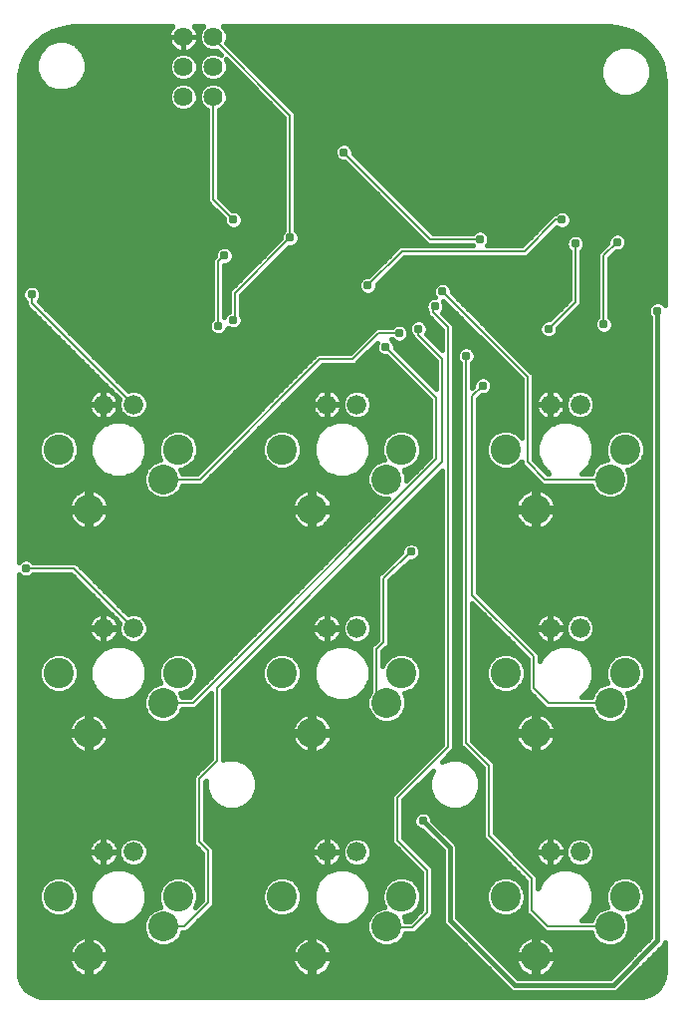
<source format=gbl>
G75*
%MOIN*%
%OFA0B0*%
%FSLAX25Y25*%
%IPPOS*%
%LPD*%
%AMOC8*
5,1,8,0,0,1.08239X$1,22.5*
%
%ADD10C,0.06400*%
%ADD11C,0.10000*%
%ADD12C,0.10124*%
%ADD13C,0.06600*%
%ADD14C,0.01600*%
%ADD15C,0.03100*%
%ADD16C,0.00800*%
D10*
X0058524Y0306654D03*
X0058524Y0316654D03*
X0058524Y0326654D03*
X0068524Y0326654D03*
X0068524Y0316654D03*
X0068524Y0306654D03*
D11*
X0051776Y0178799D03*
X0026776Y0168799D03*
X0051776Y0103996D03*
X0026776Y0093996D03*
X0051776Y0029193D03*
X0026776Y0019193D03*
X0101580Y0019193D03*
X0126580Y0029193D03*
X0101580Y0093996D03*
X0126580Y0103996D03*
X0101580Y0168799D03*
X0126580Y0178799D03*
X0176383Y0168799D03*
X0201383Y0178799D03*
X0201383Y0103996D03*
X0176383Y0093996D03*
X0201383Y0029193D03*
X0176383Y0019193D03*
D12*
X0166383Y0039193D03*
X0131580Y0039193D03*
X0091580Y0039193D03*
X0056776Y0039193D03*
X0016776Y0039193D03*
X0016776Y0113996D03*
X0056776Y0113996D03*
X0091580Y0113996D03*
X0131580Y0113996D03*
X0166383Y0113996D03*
X0206383Y0113996D03*
X0206383Y0039193D03*
X0206383Y0188799D03*
X0166383Y0188799D03*
X0131580Y0188799D03*
X0091580Y0188799D03*
X0056776Y0188799D03*
X0016776Y0188799D03*
D13*
X0031776Y0203799D03*
X0041776Y0203799D03*
X0041776Y0128996D03*
X0031776Y0128996D03*
X0031776Y0054193D03*
X0041776Y0054193D03*
X0106580Y0054193D03*
X0116580Y0054193D03*
X0116580Y0128996D03*
X0106580Y0128996D03*
X0106580Y0203799D03*
X0116580Y0203799D03*
X0181383Y0203799D03*
X0191383Y0203799D03*
X0191383Y0128996D03*
X0181383Y0128996D03*
X0181383Y0054193D03*
X0191383Y0054193D03*
D14*
X0005860Y0008060D02*
X0004316Y0010186D01*
X0003503Y0012686D01*
X0003400Y0014000D01*
X0003400Y0146945D01*
X0004016Y0146330D01*
X0005173Y0145850D01*
X0006427Y0145850D01*
X0007584Y0146330D01*
X0008255Y0147000D01*
X0020944Y0147000D01*
X0034949Y0132995D01*
X0034449Y0133358D01*
X0033734Y0133722D01*
X0032971Y0133970D01*
X0032178Y0134096D01*
X0031976Y0134096D01*
X0031976Y0129196D01*
X0031576Y0129196D01*
X0031576Y0128796D01*
X0026676Y0128796D01*
X0026676Y0128595D01*
X0026802Y0127802D01*
X0027050Y0127038D01*
X0027414Y0126323D01*
X0027886Y0125674D01*
X0028454Y0125106D01*
X0029103Y0124634D01*
X0029819Y0124270D01*
X0030582Y0124022D01*
X0031375Y0123896D01*
X0031576Y0123896D01*
X0031576Y0128796D01*
X0031976Y0128796D01*
X0031976Y0123896D01*
X0032178Y0123896D01*
X0032971Y0124022D01*
X0033734Y0124270D01*
X0034449Y0124634D01*
X0035099Y0125106D01*
X0035666Y0125674D01*
X0036138Y0126323D01*
X0036503Y0127038D01*
X0036751Y0127802D01*
X0036876Y0128595D01*
X0036876Y0128796D01*
X0031976Y0128796D01*
X0031976Y0129196D01*
X0036876Y0129196D01*
X0036876Y0129397D01*
X0036751Y0130190D01*
X0036503Y0130954D01*
X0036138Y0131669D01*
X0035775Y0132169D01*
X0037198Y0130746D01*
X0036876Y0129971D01*
X0036876Y0128021D01*
X0037622Y0126220D01*
X0039001Y0124842D01*
X0040802Y0124096D01*
X0042751Y0124096D01*
X0044552Y0124842D01*
X0045930Y0126220D01*
X0046676Y0128021D01*
X0046676Y0129971D01*
X0045930Y0131772D01*
X0044552Y0133150D01*
X0042751Y0133896D01*
X0040802Y0133896D01*
X0040026Y0133575D01*
X0023772Y0149828D01*
X0022601Y0151000D01*
X0008255Y0151000D01*
X0007584Y0151670D01*
X0006427Y0152150D01*
X0005173Y0152150D01*
X0004016Y0151670D01*
X0003400Y0151055D01*
X0003400Y0311756D01*
X0003516Y0313816D01*
X0004433Y0317833D01*
X0006220Y0321545D01*
X0008789Y0324767D01*
X0012011Y0327336D01*
X0015723Y0329123D01*
X0019740Y0330040D01*
X0021800Y0330156D01*
X0054956Y0330156D01*
X0054711Y0329911D01*
X0054248Y0329274D01*
X0053891Y0328573D01*
X0053648Y0327824D01*
X0053524Y0327047D01*
X0053524Y0326739D01*
X0058438Y0326739D01*
X0058438Y0326568D01*
X0053524Y0326568D01*
X0053524Y0326260D01*
X0053648Y0325483D01*
X0053891Y0324734D01*
X0054248Y0324033D01*
X0054711Y0323396D01*
X0055267Y0322840D01*
X0055904Y0322377D01*
X0056605Y0322020D01*
X0057354Y0321777D01*
X0058131Y0321654D01*
X0058439Y0321654D01*
X0058439Y0326568D01*
X0058610Y0326568D01*
X0058610Y0326739D01*
X0063524Y0326739D01*
X0063524Y0327047D01*
X0063401Y0327824D01*
X0063158Y0328573D01*
X0062801Y0329274D01*
X0062338Y0329911D01*
X0062093Y0330156D01*
X0065239Y0330156D01*
X0064455Y0329373D01*
X0063724Y0327608D01*
X0063724Y0325699D01*
X0064455Y0323935D01*
X0065805Y0322584D01*
X0067570Y0321854D01*
X0069479Y0321854D01*
X0069845Y0322005D01*
X0071044Y0320805D01*
X0069479Y0321454D01*
X0067570Y0321454D01*
X0065805Y0320723D01*
X0064455Y0319373D01*
X0063724Y0317608D01*
X0063724Y0315699D01*
X0064455Y0313935D01*
X0065805Y0312584D01*
X0067570Y0311854D01*
X0069479Y0311854D01*
X0071243Y0312584D01*
X0072594Y0313935D01*
X0073324Y0315699D01*
X0073324Y0317608D01*
X0072676Y0319173D01*
X0092300Y0299550D01*
X0092300Y0261955D01*
X0091630Y0261284D01*
X0091150Y0260127D01*
X0091150Y0259178D01*
X0074972Y0243000D01*
X0073800Y0241828D01*
X0073800Y0234788D01*
X0073516Y0234670D01*
X0072630Y0233784D01*
X0072300Y0232989D01*
X0072300Y0250350D01*
X0072927Y0250350D01*
X0074084Y0250830D01*
X0074970Y0251716D01*
X0075450Y0252873D01*
X0075450Y0254127D01*
X0074970Y0255284D01*
X0074084Y0256170D01*
X0072927Y0256650D01*
X0071673Y0256650D01*
X0070516Y0256170D01*
X0069630Y0255284D01*
X0069150Y0254127D01*
X0069150Y0253178D01*
X0068300Y0252328D01*
X0068300Y0232455D01*
X0067630Y0231784D01*
X0067150Y0230627D01*
X0067150Y0229373D01*
X0067630Y0228216D01*
X0068516Y0227330D01*
X0069673Y0226850D01*
X0070927Y0226850D01*
X0072084Y0227330D01*
X0072970Y0228216D01*
X0073450Y0229373D01*
X0073450Y0229395D01*
X0073516Y0229330D01*
X0074673Y0228850D01*
X0075927Y0228850D01*
X0077084Y0229330D01*
X0077970Y0230216D01*
X0078450Y0231373D01*
X0078450Y0232627D01*
X0077970Y0233784D01*
X0077800Y0233955D01*
X0077800Y0240172D01*
X0093978Y0256350D01*
X0094927Y0256350D01*
X0096084Y0256830D01*
X0096970Y0257716D01*
X0097450Y0258873D01*
X0097450Y0260127D01*
X0096970Y0261284D01*
X0096300Y0261955D01*
X0096300Y0301206D01*
X0072880Y0324626D01*
X0073324Y0325699D01*
X0073324Y0327608D01*
X0072594Y0329373D01*
X0071810Y0330156D01*
X0201288Y0330156D01*
X0203348Y0330040D01*
X0207365Y0329123D01*
X0211078Y0327336D01*
X0214299Y0324767D01*
X0216868Y0321545D01*
X0218656Y0317833D01*
X0219572Y0313816D01*
X0219688Y0311756D01*
X0219688Y0237067D01*
X0219084Y0237670D01*
X0217927Y0238150D01*
X0216673Y0238150D01*
X0215516Y0237670D01*
X0214630Y0236784D01*
X0214150Y0235627D01*
X0214150Y0234373D01*
X0214630Y0233216D01*
X0214900Y0232945D01*
X0214900Y0025494D01*
X0201538Y0012132D01*
X0170525Y0012132D01*
X0150200Y0032457D01*
X0150200Y0055977D01*
X0149835Y0056859D01*
X0141950Y0064744D01*
X0141950Y0065127D01*
X0141470Y0066284D01*
X0140584Y0067170D01*
X0139427Y0067650D01*
X0138173Y0067650D01*
X0137016Y0067170D01*
X0136130Y0066284D01*
X0135650Y0065127D01*
X0135650Y0063873D01*
X0136130Y0062716D01*
X0137016Y0061830D01*
X0138173Y0061350D01*
X0138556Y0061350D01*
X0145400Y0054506D01*
X0145400Y0030986D01*
X0145765Y0030104D01*
X0167496Y0008373D01*
X0168171Y0007698D01*
X0169054Y0007332D01*
X0170008Y0007332D01*
X0202640Y0007332D01*
X0203010Y0007332D01*
X0203892Y0007698D01*
X0218659Y0022465D01*
X0219335Y0023141D01*
X0219688Y0023994D01*
X0219688Y0014000D01*
X0219585Y0012686D01*
X0218773Y0010186D01*
X0217228Y0008060D01*
X0215102Y0006516D01*
X0212602Y0005703D01*
X0211288Y0005600D01*
X0011800Y0005600D01*
X0010486Y0005703D01*
X0007986Y0006516D01*
X0005860Y0008060D01*
X0005326Y0008796D02*
X0167074Y0008796D01*
X0165475Y0010394D02*
X0004248Y0010394D01*
X0003729Y0011993D02*
X0163877Y0011993D01*
X0162278Y0013591D02*
X0105449Y0013591D01*
X0105366Y0013527D02*
X0106073Y0014069D01*
X0106703Y0014700D01*
X0107246Y0015407D01*
X0107691Y0016179D01*
X0108032Y0017002D01*
X0108263Y0017863D01*
X0108349Y0018517D01*
X0102256Y0018517D01*
X0102256Y0019869D01*
X0108349Y0019869D01*
X0108263Y0020522D01*
X0108032Y0021383D01*
X0107691Y0022207D01*
X0107246Y0022979D01*
X0106703Y0023686D01*
X0106073Y0024316D01*
X0105366Y0024859D01*
X0104594Y0025305D01*
X0103770Y0025646D01*
X0102909Y0025877D01*
X0102256Y0025963D01*
X0102256Y0019869D01*
X0100903Y0019869D01*
X0100903Y0018517D01*
X0094810Y0018517D01*
X0094896Y0017863D01*
X0095127Y0017002D01*
X0095468Y0016179D01*
X0095913Y0015407D01*
X0096456Y0014700D01*
X0097086Y0014069D01*
X0097794Y0013527D01*
X0098566Y0013081D01*
X0099389Y0012740D01*
X0100250Y0012509D01*
X0100903Y0012423D01*
X0100903Y0018516D01*
X0102256Y0018516D01*
X0102256Y0012423D01*
X0102909Y0012509D01*
X0103770Y0012740D01*
X0104594Y0013081D01*
X0105366Y0013527D01*
X0107079Y0015190D02*
X0160680Y0015190D01*
X0159081Y0016788D02*
X0107944Y0016788D01*
X0108332Y0018387D02*
X0157482Y0018387D01*
X0155884Y0019985D02*
X0108334Y0019985D01*
X0107950Y0021584D02*
X0154285Y0021584D01*
X0152687Y0023182D02*
X0129315Y0023182D01*
X0130318Y0023598D02*
X0132175Y0025454D01*
X0132815Y0027000D01*
X0136128Y0027000D01*
X0141128Y0032000D01*
X0142300Y0033172D01*
X0142300Y0048828D01*
X0132300Y0058828D01*
X0132300Y0071483D01*
X0142085Y0081268D01*
X0140948Y0078523D01*
X0140948Y0075146D01*
X0142241Y0072026D01*
X0144629Y0069637D01*
X0147749Y0068345D01*
X0151127Y0068345D01*
X0154247Y0069637D01*
X0156635Y0072026D01*
X0157928Y0075146D01*
X0157928Y0078523D01*
X0156635Y0081644D01*
X0154247Y0084032D01*
X0151127Y0085324D01*
X0147749Y0085324D01*
X0145004Y0084187D01*
X0149300Y0088483D01*
X0149300Y0230328D01*
X0145192Y0234437D01*
X0145470Y0234716D01*
X0145950Y0235873D01*
X0145950Y0237127D01*
X0145470Y0238284D01*
X0145405Y0238350D01*
X0145622Y0238350D01*
X0171800Y0212172D01*
X0171800Y0192804D01*
X0170157Y0194447D01*
X0167708Y0195461D01*
X0165057Y0195461D01*
X0162609Y0194447D01*
X0160735Y0192573D01*
X0159720Y0190124D01*
X0159720Y0187474D01*
X0160735Y0185025D01*
X0162609Y0183151D01*
X0165057Y0182137D01*
X0167708Y0182137D01*
X0170157Y0183151D01*
X0171800Y0184795D01*
X0171800Y0183672D01*
X0172972Y0182500D01*
X0178672Y0176799D01*
X0195067Y0176799D01*
X0195787Y0175061D01*
X0197644Y0173204D01*
X0200070Y0172199D01*
X0202695Y0172199D01*
X0205121Y0173204D01*
X0206978Y0175061D01*
X0207983Y0177486D01*
X0207983Y0180112D01*
X0207144Y0182137D01*
X0207708Y0182137D01*
X0210157Y0183151D01*
X0212031Y0185025D01*
X0213045Y0187474D01*
X0213045Y0190124D01*
X0212031Y0192573D01*
X0210157Y0194447D01*
X0207708Y0195461D01*
X0205057Y0195461D01*
X0202609Y0194447D01*
X0200735Y0192573D01*
X0199720Y0190124D01*
X0199720Y0187474D01*
X0200580Y0185399D01*
X0200070Y0185399D01*
X0197644Y0184394D01*
X0195787Y0182538D01*
X0195067Y0180799D01*
X0191782Y0180799D01*
X0194415Y0183432D01*
X0195857Y0186915D01*
X0195857Y0190684D01*
X0194415Y0194166D01*
X0191750Y0196832D01*
X0188267Y0198274D01*
X0184498Y0198274D01*
X0181016Y0196832D01*
X0178350Y0194166D01*
X0176908Y0190684D01*
X0176908Y0186915D01*
X0178350Y0183432D01*
X0180983Y0180799D01*
X0180329Y0180799D01*
X0175800Y0185328D01*
X0175800Y0213828D01*
X0174628Y0215000D01*
X0148450Y0241178D01*
X0148450Y0242127D01*
X0147970Y0243284D01*
X0147084Y0244170D01*
X0145927Y0244650D01*
X0144673Y0244650D01*
X0143516Y0244170D01*
X0142630Y0243284D01*
X0142150Y0242127D01*
X0142150Y0240873D01*
X0142630Y0239716D01*
X0142695Y0239650D01*
X0142173Y0239650D01*
X0141016Y0239170D01*
X0140130Y0238284D01*
X0139650Y0237127D01*
X0139650Y0235873D01*
X0140130Y0234716D01*
X0140300Y0234545D01*
X0140300Y0233672D01*
X0145300Y0228672D01*
X0145300Y0221828D01*
X0139942Y0227187D01*
X0139970Y0227216D01*
X0140450Y0228373D01*
X0140450Y0229627D01*
X0139970Y0230784D01*
X0139084Y0231670D01*
X0137927Y0232150D01*
X0136673Y0232150D01*
X0135516Y0231670D01*
X0134630Y0230784D01*
X0134150Y0229627D01*
X0134150Y0228373D01*
X0134630Y0227216D01*
X0135300Y0226545D01*
X0135300Y0226172D01*
X0143300Y0218172D01*
X0143300Y0208828D01*
X0129450Y0222678D01*
X0129450Y0223627D01*
X0128970Y0224784D01*
X0128255Y0225500D01*
X0128345Y0225500D01*
X0129016Y0224830D01*
X0130173Y0224350D01*
X0131427Y0224350D01*
X0132584Y0224830D01*
X0133470Y0225716D01*
X0133950Y0226873D01*
X0133950Y0228127D01*
X0133470Y0229284D01*
X0132584Y0230170D01*
X0131427Y0230650D01*
X0130173Y0230650D01*
X0129016Y0230170D01*
X0128345Y0229500D01*
X0122972Y0229500D01*
X0121800Y0228328D01*
X0114472Y0221000D01*
X0103472Y0221000D01*
X0102300Y0219828D01*
X0063271Y0180799D01*
X0058092Y0180799D01*
X0057538Y0182137D01*
X0058102Y0182137D01*
X0060550Y0183151D01*
X0062424Y0185025D01*
X0063439Y0187474D01*
X0063439Y0190124D01*
X0062424Y0192573D01*
X0060550Y0194447D01*
X0058102Y0195461D01*
X0055451Y0195461D01*
X0053003Y0194447D01*
X0051128Y0192573D01*
X0050114Y0190124D01*
X0050114Y0187474D01*
X0050974Y0185399D01*
X0050464Y0185399D01*
X0048038Y0184394D01*
X0046181Y0182538D01*
X0045176Y0180112D01*
X0045176Y0177486D01*
X0046181Y0175061D01*
X0048038Y0173204D01*
X0050464Y0172199D01*
X0053089Y0172199D01*
X0055515Y0173204D01*
X0057372Y0175061D01*
X0058092Y0176799D01*
X0064928Y0176799D01*
X0105128Y0217000D01*
X0116128Y0217000D01*
X0117300Y0218172D01*
X0123429Y0224301D01*
X0123150Y0223627D01*
X0123150Y0222373D01*
X0123630Y0221216D01*
X0124516Y0220330D01*
X0125673Y0219850D01*
X0126622Y0219850D01*
X0141300Y0205172D01*
X0141300Y0186328D01*
X0133180Y0178208D01*
X0133180Y0180112D01*
X0132341Y0182137D01*
X0132905Y0182137D01*
X0135353Y0183151D01*
X0137227Y0185025D01*
X0138242Y0187474D01*
X0138242Y0190124D01*
X0137227Y0192573D01*
X0135353Y0194447D01*
X0132905Y0195461D01*
X0130254Y0195461D01*
X0127806Y0194447D01*
X0125932Y0192573D01*
X0124917Y0190124D01*
X0124917Y0187474D01*
X0125777Y0185399D01*
X0125267Y0185399D01*
X0122841Y0184394D01*
X0120984Y0182538D01*
X0119980Y0180112D01*
X0119980Y0177486D01*
X0120984Y0175061D01*
X0122841Y0173204D01*
X0125267Y0172199D01*
X0127171Y0172199D01*
X0060968Y0105996D01*
X0058092Y0105996D01*
X0057538Y0107334D01*
X0058102Y0107334D01*
X0060550Y0108348D01*
X0062424Y0110222D01*
X0063439Y0112671D01*
X0063439Y0115321D01*
X0062424Y0117770D01*
X0060550Y0119644D01*
X0058102Y0120658D01*
X0055451Y0120658D01*
X0053003Y0119644D01*
X0051128Y0117770D01*
X0050114Y0115321D01*
X0050114Y0112671D01*
X0050974Y0110596D01*
X0050464Y0110596D01*
X0048038Y0109591D01*
X0046181Y0107735D01*
X0045176Y0105309D01*
X0045176Y0102683D01*
X0046181Y0100257D01*
X0048038Y0098401D01*
X0050464Y0097396D01*
X0053089Y0097396D01*
X0055515Y0098401D01*
X0057372Y0100257D01*
X0058092Y0101996D01*
X0062624Y0101996D01*
X0067800Y0107172D01*
X0067800Y0085328D01*
X0062972Y0080500D01*
X0061800Y0079328D01*
X0061800Y0056672D01*
X0064800Y0053672D01*
X0064800Y0038020D01*
X0062583Y0035803D01*
X0063439Y0037868D01*
X0063439Y0040518D01*
X0062424Y0042967D01*
X0060550Y0044841D01*
X0058102Y0045855D01*
X0055451Y0045855D01*
X0053003Y0044841D01*
X0051128Y0042967D01*
X0050114Y0040518D01*
X0050114Y0037868D01*
X0050974Y0035793D01*
X0050464Y0035793D01*
X0048038Y0034788D01*
X0046181Y0032932D01*
X0045176Y0030506D01*
X0045176Y0027880D01*
X0046181Y0025454D01*
X0048038Y0023598D01*
X0050464Y0022593D01*
X0053089Y0022593D01*
X0055515Y0023598D01*
X0057372Y0025454D01*
X0058092Y0027193D01*
X0059630Y0027193D01*
X0060802Y0028364D01*
X0068800Y0036363D01*
X0068800Y0055328D01*
X0067628Y0056500D01*
X0065800Y0058328D01*
X0065800Y0077672D01*
X0066145Y0078016D01*
X0066145Y0075146D01*
X0067437Y0072026D01*
X0069826Y0069637D01*
X0072946Y0068345D01*
X0076323Y0068345D01*
X0079444Y0069637D01*
X0081832Y0072026D01*
X0083124Y0075146D01*
X0083124Y0078523D01*
X0081832Y0081644D01*
X0079444Y0084032D01*
X0076323Y0085324D01*
X0072946Y0085324D01*
X0071800Y0084850D01*
X0071800Y0108172D01*
X0145300Y0181672D01*
X0145300Y0090140D01*
X0129472Y0074312D01*
X0128300Y0073140D01*
X0128300Y0057172D01*
X0129472Y0056000D01*
X0138300Y0047172D01*
X0138300Y0034828D01*
X0134472Y0031000D01*
X0132975Y0031000D01*
X0132341Y0032531D01*
X0132905Y0032531D01*
X0135353Y0033545D01*
X0137227Y0035419D01*
X0138242Y0037868D01*
X0138242Y0040518D01*
X0137227Y0042967D01*
X0135353Y0044841D01*
X0132905Y0045855D01*
X0130254Y0045855D01*
X0127806Y0044841D01*
X0125932Y0042967D01*
X0124917Y0040518D01*
X0124917Y0037868D01*
X0125777Y0035793D01*
X0125267Y0035793D01*
X0122841Y0034788D01*
X0120984Y0032932D01*
X0119980Y0030506D01*
X0119980Y0027880D01*
X0120984Y0025454D01*
X0122841Y0023598D01*
X0125267Y0022593D01*
X0127892Y0022593D01*
X0130318Y0023598D01*
X0131501Y0024781D02*
X0151088Y0024781D01*
X0149490Y0026379D02*
X0132558Y0026379D01*
X0132902Y0031175D02*
X0134646Y0031175D01*
X0133490Y0032773D02*
X0136245Y0032773D01*
X0136180Y0034372D02*
X0137843Y0034372D01*
X0137456Y0035970D02*
X0138300Y0035970D01*
X0138300Y0037569D02*
X0138118Y0037569D01*
X0138242Y0039167D02*
X0138300Y0039167D01*
X0138300Y0040766D02*
X0138139Y0040766D01*
X0138300Y0042364D02*
X0137477Y0042364D01*
X0138300Y0043963D02*
X0136231Y0043963D01*
X0138300Y0045561D02*
X0133614Y0045561D01*
X0136713Y0048758D02*
X0068800Y0048758D01*
X0068800Y0047160D02*
X0106147Y0047160D01*
X0106212Y0047225D02*
X0103547Y0044560D01*
X0102105Y0041078D01*
X0102105Y0037308D01*
X0103547Y0033826D01*
X0106212Y0031161D01*
X0109695Y0029718D01*
X0113464Y0029718D01*
X0116947Y0031161D01*
X0119612Y0033826D01*
X0121054Y0037308D01*
X0121054Y0041078D01*
X0119612Y0044560D01*
X0116947Y0047225D01*
X0113464Y0048668D01*
X0109695Y0048668D01*
X0106212Y0047225D01*
X0106178Y0049093D02*
X0105385Y0049218D01*
X0104622Y0049467D01*
X0103907Y0049831D01*
X0103257Y0050303D01*
X0102689Y0050870D01*
X0102218Y0051520D01*
X0101853Y0052235D01*
X0101605Y0052999D01*
X0101480Y0053792D01*
X0101480Y0053993D01*
X0106379Y0053993D01*
X0106379Y0054393D01*
X0101480Y0054393D01*
X0101480Y0054594D01*
X0101605Y0055387D01*
X0101853Y0056151D01*
X0102218Y0056866D01*
X0102689Y0057515D01*
X0103257Y0058083D01*
X0103907Y0058555D01*
X0104622Y0058919D01*
X0105385Y0059167D01*
X0106178Y0059293D01*
X0106380Y0059293D01*
X0106380Y0054393D01*
X0106780Y0054393D01*
X0111680Y0054393D01*
X0111680Y0054594D01*
X0111554Y0055387D01*
X0111306Y0056151D01*
X0110941Y0056866D01*
X0110470Y0057515D01*
X0109902Y0058083D01*
X0109253Y0058555D01*
X0108537Y0058919D01*
X0107774Y0059167D01*
X0106981Y0059293D01*
X0106780Y0059293D01*
X0106780Y0054393D01*
X0106780Y0053993D01*
X0111680Y0053993D01*
X0111680Y0053792D01*
X0111554Y0052999D01*
X0111306Y0052235D01*
X0110941Y0051520D01*
X0110470Y0050870D01*
X0109902Y0050303D01*
X0109253Y0049831D01*
X0108537Y0049467D01*
X0107774Y0049218D01*
X0106981Y0049093D01*
X0106780Y0049093D01*
X0106780Y0053993D01*
X0106380Y0053993D01*
X0106380Y0049093D01*
X0106178Y0049093D01*
X0106380Y0050357D02*
X0106780Y0050357D01*
X0106780Y0051955D02*
X0106380Y0051955D01*
X0106380Y0053554D02*
X0106780Y0053554D01*
X0106780Y0055152D02*
X0106380Y0055152D01*
X0106380Y0056751D02*
X0106780Y0056751D01*
X0106780Y0058349D02*
X0106380Y0058349D01*
X0103624Y0058349D02*
X0065800Y0058349D01*
X0065800Y0059948D02*
X0128300Y0059948D01*
X0128300Y0061546D02*
X0065800Y0061546D01*
X0065800Y0063145D02*
X0128300Y0063145D01*
X0128300Y0064743D02*
X0065800Y0064743D01*
X0065800Y0066342D02*
X0128300Y0066342D01*
X0128300Y0067940D02*
X0065800Y0067940D01*
X0065800Y0069539D02*
X0070063Y0069539D01*
X0068325Y0071137D02*
X0065800Y0071137D01*
X0065800Y0072736D02*
X0067143Y0072736D01*
X0066481Y0074334D02*
X0065800Y0074334D01*
X0065800Y0075933D02*
X0066145Y0075933D01*
X0066145Y0077532D02*
X0065800Y0077532D01*
X0063200Y0080729D02*
X0003400Y0080729D01*
X0003400Y0082327D02*
X0064799Y0082327D01*
X0066397Y0083926D02*
X0003400Y0083926D01*
X0003400Y0085524D02*
X0067800Y0085524D01*
X0067800Y0087123D02*
X0003400Y0087123D01*
X0003400Y0088721D02*
X0022481Y0088721D01*
X0022283Y0088873D02*
X0022990Y0088330D01*
X0023762Y0087884D01*
X0024586Y0087543D01*
X0025447Y0087312D01*
X0026100Y0087226D01*
X0026100Y0093320D01*
X0020007Y0093320D01*
X0020093Y0092667D01*
X0020323Y0091806D01*
X0020665Y0090982D01*
X0021110Y0090210D01*
X0021653Y0089503D01*
X0022283Y0088873D01*
X0021047Y0090320D02*
X0003400Y0090320D01*
X0003400Y0091918D02*
X0020293Y0091918D01*
X0020007Y0094672D02*
X0026100Y0094672D01*
X0026100Y0093320D01*
X0027453Y0093320D01*
X0027453Y0094672D01*
X0033546Y0094672D01*
X0033460Y0095326D01*
X0033229Y0096187D01*
X0032888Y0097010D01*
X0032442Y0097782D01*
X0031900Y0098489D01*
X0031270Y0099120D01*
X0030562Y0099662D01*
X0029790Y0100108D01*
X0028967Y0100449D01*
X0028106Y0100680D01*
X0027453Y0100766D01*
X0027453Y0094673D01*
X0026100Y0094673D01*
X0026100Y0100766D01*
X0025447Y0100680D01*
X0024586Y0100449D01*
X0023762Y0100108D01*
X0022990Y0099662D01*
X0022283Y0099120D01*
X0021653Y0098489D01*
X0021110Y0097782D01*
X0020665Y0097010D01*
X0020323Y0096187D01*
X0020093Y0095326D01*
X0020007Y0094672D01*
X0020065Y0095115D02*
X0003400Y0095115D01*
X0003400Y0093517D02*
X0026100Y0093517D01*
X0027453Y0093517D02*
X0067800Y0093517D01*
X0067800Y0095115D02*
X0033488Y0095115D01*
X0033011Y0096714D02*
X0067800Y0096714D01*
X0067800Y0098312D02*
X0055301Y0098312D01*
X0057025Y0099911D02*
X0067800Y0099911D01*
X0067800Y0101509D02*
X0057890Y0101509D01*
X0057964Y0106305D02*
X0061276Y0106305D01*
X0062875Y0107903D02*
X0059476Y0107903D01*
X0061704Y0109502D02*
X0064473Y0109502D01*
X0066072Y0111100D02*
X0062788Y0111100D01*
X0063439Y0112699D02*
X0067670Y0112699D01*
X0069269Y0114297D02*
X0063439Y0114297D01*
X0063201Y0115896D02*
X0070867Y0115896D01*
X0072466Y0117494D02*
X0062538Y0117494D01*
X0061101Y0119093D02*
X0074064Y0119093D01*
X0075663Y0120691D02*
X0043480Y0120691D01*
X0044809Y0119363D02*
X0042143Y0122028D01*
X0038661Y0123471D01*
X0034892Y0123471D01*
X0031409Y0122028D01*
X0028744Y0119363D01*
X0027302Y0115881D01*
X0027302Y0112111D01*
X0028744Y0108629D01*
X0031409Y0105964D01*
X0034892Y0104521D01*
X0038661Y0104521D01*
X0042143Y0105964D01*
X0044809Y0108629D01*
X0046251Y0112111D01*
X0046251Y0115881D01*
X0044809Y0119363D01*
X0044921Y0119093D02*
X0052451Y0119093D01*
X0051014Y0117494D02*
X0045583Y0117494D01*
X0046245Y0115896D02*
X0050352Y0115896D01*
X0050114Y0114297D02*
X0046251Y0114297D01*
X0046251Y0112699D02*
X0050114Y0112699D01*
X0050765Y0111100D02*
X0045832Y0111100D01*
X0045170Y0109502D02*
X0047948Y0109502D01*
X0046350Y0107903D02*
X0044083Y0107903D01*
X0045589Y0106305D02*
X0042484Y0106305D01*
X0045176Y0104706D02*
X0039108Y0104706D01*
X0034445Y0104706D02*
X0003400Y0104706D01*
X0003400Y0103108D02*
X0045176Y0103108D01*
X0045663Y0101509D02*
X0003400Y0101509D01*
X0003400Y0099911D02*
X0023421Y0099911D01*
X0021517Y0098312D02*
X0003400Y0098312D01*
X0003400Y0096714D02*
X0020542Y0096714D01*
X0026100Y0096714D02*
X0027453Y0096714D01*
X0027453Y0098312D02*
X0026100Y0098312D01*
X0026100Y0099911D02*
X0027453Y0099911D01*
X0027453Y0095115D02*
X0026100Y0095115D01*
X0027453Y0093320D02*
X0033546Y0093320D01*
X0033460Y0092667D01*
X0033229Y0091806D01*
X0032888Y0090982D01*
X0032442Y0090210D01*
X0031900Y0089503D01*
X0031270Y0088873D01*
X0030562Y0088330D01*
X0029790Y0087884D01*
X0028967Y0087543D01*
X0028106Y0087312D01*
X0027453Y0087226D01*
X0027453Y0093320D01*
X0027453Y0091918D02*
X0026100Y0091918D01*
X0026100Y0090320D02*
X0027453Y0090320D01*
X0027453Y0088721D02*
X0026100Y0088721D01*
X0031072Y0088721D02*
X0067800Y0088721D01*
X0067800Y0090320D02*
X0032506Y0090320D01*
X0033259Y0091918D02*
X0067800Y0091918D01*
X0071800Y0091918D02*
X0095096Y0091918D01*
X0095127Y0091806D02*
X0095468Y0090982D01*
X0095913Y0090210D01*
X0096456Y0089503D01*
X0097086Y0088873D01*
X0097794Y0088330D01*
X0098566Y0087884D01*
X0099389Y0087543D01*
X0100250Y0087312D01*
X0100903Y0087226D01*
X0100903Y0093320D01*
X0094810Y0093320D01*
X0094896Y0092667D01*
X0095127Y0091806D01*
X0095850Y0090320D02*
X0071800Y0090320D01*
X0071800Y0088721D02*
X0097284Y0088721D01*
X0100903Y0088721D02*
X0102256Y0088721D01*
X0102256Y0087226D02*
X0102909Y0087312D01*
X0103770Y0087543D01*
X0104594Y0087884D01*
X0105366Y0088330D01*
X0106073Y0088873D01*
X0106703Y0089503D01*
X0107246Y0090210D01*
X0107691Y0090982D01*
X0108032Y0091806D01*
X0108263Y0092667D01*
X0108349Y0093320D01*
X0102256Y0093320D01*
X0102256Y0094672D01*
X0108349Y0094672D01*
X0108263Y0095326D01*
X0108032Y0096187D01*
X0107691Y0097010D01*
X0107246Y0097782D01*
X0106703Y0098489D01*
X0106073Y0099120D01*
X0105366Y0099662D01*
X0104594Y0100108D01*
X0103770Y0100449D01*
X0102909Y0100680D01*
X0102256Y0100766D01*
X0102256Y0094673D01*
X0100903Y0094673D01*
X0100903Y0100766D01*
X0100250Y0100680D01*
X0099389Y0100449D01*
X0098566Y0100108D01*
X0097794Y0099662D01*
X0097086Y0099120D01*
X0096456Y0098489D01*
X0095913Y0097782D01*
X0095468Y0097010D01*
X0095127Y0096187D01*
X0094896Y0095326D01*
X0094810Y0094672D01*
X0100903Y0094672D01*
X0100903Y0093320D01*
X0102256Y0093320D01*
X0102256Y0087226D01*
X0102256Y0090320D02*
X0100903Y0090320D01*
X0100903Y0091918D02*
X0102256Y0091918D01*
X0102256Y0093517D02*
X0145300Y0093517D01*
X0145300Y0095115D02*
X0108291Y0095115D01*
X0107814Y0096714D02*
X0145300Y0096714D01*
X0145300Y0098312D02*
X0130104Y0098312D01*
X0130318Y0098401D02*
X0132175Y0100257D01*
X0133180Y0102683D01*
X0133180Y0105309D01*
X0132341Y0107334D01*
X0132905Y0107334D01*
X0135353Y0108348D01*
X0137227Y0110222D01*
X0138242Y0112671D01*
X0138242Y0115321D01*
X0137227Y0117770D01*
X0135353Y0119644D01*
X0132905Y0120658D01*
X0130254Y0120658D01*
X0127806Y0119644D01*
X0125932Y0117770D01*
X0125300Y0116245D01*
X0125300Y0121172D01*
X0127583Y0123455D01*
X0127583Y0144922D01*
X0134380Y0151350D01*
X0135427Y0151350D01*
X0136584Y0151830D01*
X0137470Y0152716D01*
X0137950Y0153873D01*
X0137950Y0155127D01*
X0137470Y0156284D01*
X0136584Y0157170D01*
X0135427Y0157650D01*
X0134173Y0157650D01*
X0133016Y0157170D01*
X0132130Y0156284D01*
X0131650Y0155127D01*
X0131650Y0154274D01*
X0124787Y0147783D01*
X0124755Y0147783D01*
X0124189Y0147217D01*
X0123607Y0146667D01*
X0123606Y0146635D01*
X0123583Y0146612D01*
X0123583Y0145811D01*
X0123561Y0145011D01*
X0123583Y0144988D01*
X0123583Y0125112D01*
X0121300Y0122828D01*
X0121300Y0108050D01*
X0120984Y0107735D01*
X0119980Y0105309D01*
X0119980Y0102683D01*
X0120984Y0100257D01*
X0122841Y0098401D01*
X0125267Y0097396D01*
X0127892Y0097396D01*
X0130318Y0098401D01*
X0131828Y0099911D02*
X0145300Y0099911D01*
X0145300Y0101509D02*
X0132693Y0101509D01*
X0133180Y0103108D02*
X0145300Y0103108D01*
X0145300Y0104706D02*
X0133180Y0104706D01*
X0132767Y0106305D02*
X0145300Y0106305D01*
X0145300Y0107903D02*
X0134279Y0107903D01*
X0136507Y0109502D02*
X0145300Y0109502D01*
X0145300Y0111100D02*
X0137591Y0111100D01*
X0138242Y0112699D02*
X0145300Y0112699D01*
X0145300Y0114297D02*
X0138242Y0114297D01*
X0138004Y0115896D02*
X0145300Y0115896D01*
X0145300Y0117494D02*
X0137342Y0117494D01*
X0135905Y0119093D02*
X0145300Y0119093D01*
X0145300Y0120691D02*
X0125300Y0120691D01*
X0125300Y0119093D02*
X0127255Y0119093D01*
X0125817Y0117494D02*
X0125300Y0117494D01*
X0121300Y0117494D02*
X0120386Y0117494D01*
X0121048Y0115896D02*
X0121300Y0115896D01*
X0121054Y0115881D02*
X0119612Y0119363D01*
X0116947Y0122028D01*
X0113464Y0123471D01*
X0109695Y0123471D01*
X0106212Y0122028D01*
X0103547Y0119363D01*
X0102105Y0115881D01*
X0102105Y0112111D01*
X0103547Y0108629D01*
X0106212Y0105964D01*
X0109695Y0104521D01*
X0113464Y0104521D01*
X0116947Y0105964D01*
X0119612Y0108629D01*
X0121054Y0112111D01*
X0121054Y0115881D01*
X0121054Y0114297D02*
X0121300Y0114297D01*
X0121300Y0112699D02*
X0121054Y0112699D01*
X0121300Y0111100D02*
X0120635Y0111100D01*
X0119973Y0109502D02*
X0121300Y0109502D01*
X0121153Y0107903D02*
X0118886Y0107903D01*
X0120392Y0106305D02*
X0117288Y0106305D01*
X0119980Y0104706D02*
X0113911Y0104706D01*
X0109248Y0104706D02*
X0071800Y0104706D01*
X0071800Y0103108D02*
X0119980Y0103108D01*
X0120466Y0101509D02*
X0071800Y0101509D01*
X0071800Y0099911D02*
X0098224Y0099911D01*
X0096320Y0098312D02*
X0071800Y0098312D01*
X0071800Y0096714D02*
X0095345Y0096714D01*
X0094868Y0095115D02*
X0071800Y0095115D01*
X0071800Y0093517D02*
X0100903Y0093517D01*
X0100903Y0095115D02*
X0102256Y0095115D01*
X0102256Y0096714D02*
X0100903Y0096714D01*
X0100903Y0098312D02*
X0102256Y0098312D01*
X0102256Y0099911D02*
X0100903Y0099911D01*
X0104935Y0099911D02*
X0121331Y0099911D01*
X0123055Y0098312D02*
X0106839Y0098312D01*
X0108063Y0091918D02*
X0145300Y0091918D01*
X0145300Y0090320D02*
X0107309Y0090320D01*
X0105875Y0088721D02*
X0143881Y0088721D01*
X0142283Y0087123D02*
X0071800Y0087123D01*
X0071800Y0085524D02*
X0140684Y0085524D01*
X0139086Y0083926D02*
X0079550Y0083926D01*
X0081149Y0082327D02*
X0137487Y0082327D01*
X0135889Y0080729D02*
X0082211Y0080729D01*
X0082873Y0079130D02*
X0134290Y0079130D01*
X0132691Y0077532D02*
X0083124Y0077532D01*
X0083124Y0075933D02*
X0131093Y0075933D01*
X0129494Y0074334D02*
X0082788Y0074334D01*
X0082126Y0072736D02*
X0128300Y0072736D01*
X0128300Y0071137D02*
X0080944Y0071137D01*
X0079206Y0069539D02*
X0128300Y0069539D01*
X0132300Y0069539D02*
X0144866Y0069539D01*
X0143129Y0071137D02*
X0132300Y0071137D01*
X0133553Y0072736D02*
X0141946Y0072736D01*
X0141284Y0074334D02*
X0135151Y0074334D01*
X0136750Y0075933D02*
X0140948Y0075933D01*
X0140948Y0077532D02*
X0138348Y0077532D01*
X0139947Y0079130D02*
X0141199Y0079130D01*
X0141545Y0080729D02*
X0141861Y0080729D01*
X0146341Y0085524D02*
X0155447Y0085524D01*
X0154353Y0083926D02*
X0157046Y0083926D01*
X0155952Y0082327D02*
X0158645Y0082327D01*
X0158800Y0082172D02*
X0158800Y0058947D01*
X0173300Y0044447D01*
X0173300Y0033672D01*
X0174472Y0032500D01*
X0179779Y0027193D01*
X0195067Y0027193D01*
X0195787Y0025454D01*
X0197644Y0023598D01*
X0200070Y0022593D01*
X0202695Y0022593D01*
X0205121Y0023598D01*
X0206978Y0025454D01*
X0207983Y0027880D01*
X0207983Y0030506D01*
X0207144Y0032531D01*
X0207708Y0032531D01*
X0210157Y0033545D01*
X0212031Y0035419D01*
X0213045Y0037868D01*
X0213045Y0040518D01*
X0212031Y0042967D01*
X0210157Y0044841D01*
X0207708Y0045855D01*
X0205057Y0045855D01*
X0202609Y0044841D01*
X0200735Y0042967D01*
X0199720Y0040518D01*
X0199720Y0037868D01*
X0200580Y0035793D01*
X0200070Y0035793D01*
X0197644Y0034788D01*
X0195787Y0032932D01*
X0195067Y0031193D01*
X0191782Y0031193D01*
X0194415Y0033826D01*
X0195857Y0037308D01*
X0195857Y0041078D01*
X0194415Y0044560D01*
X0191750Y0047225D01*
X0188267Y0048668D01*
X0184498Y0048668D01*
X0181016Y0047225D01*
X0178350Y0044560D01*
X0177300Y0042024D01*
X0177300Y0046104D01*
X0162800Y0060604D01*
X0162800Y0083828D01*
X0155300Y0091328D01*
X0155300Y0137250D01*
X0173800Y0118750D01*
X0173800Y0108172D01*
X0174972Y0107000D01*
X0179976Y0101996D01*
X0195067Y0101996D01*
X0195787Y0100257D01*
X0197644Y0098401D01*
X0200070Y0097396D01*
X0202695Y0097396D01*
X0205121Y0098401D01*
X0206978Y0100257D01*
X0207983Y0102683D01*
X0207983Y0105309D01*
X0207144Y0107334D01*
X0207708Y0107334D01*
X0210157Y0108348D01*
X0212031Y0110222D01*
X0213045Y0112671D01*
X0213045Y0115321D01*
X0212031Y0117770D01*
X0210157Y0119644D01*
X0207708Y0120658D01*
X0205057Y0120658D01*
X0202609Y0119644D01*
X0200735Y0117770D01*
X0199720Y0115321D01*
X0199720Y0112671D01*
X0200580Y0110596D01*
X0200070Y0110596D01*
X0197644Y0109591D01*
X0195787Y0107735D01*
X0195067Y0105996D01*
X0191782Y0105996D01*
X0194415Y0108629D01*
X0195857Y0112111D01*
X0195857Y0115881D01*
X0194415Y0119363D01*
X0191750Y0122028D01*
X0188267Y0123471D01*
X0184498Y0123471D01*
X0181016Y0122028D01*
X0178350Y0119363D01*
X0177800Y0118034D01*
X0177800Y0120407D01*
X0157300Y0140907D01*
X0157300Y0205672D01*
X0158478Y0206850D01*
X0159427Y0206850D01*
X0160584Y0207330D01*
X0161470Y0208216D01*
X0161950Y0209373D01*
X0161950Y0210627D01*
X0161470Y0211784D01*
X0160584Y0212670D01*
X0159427Y0213150D01*
X0158173Y0213150D01*
X0157016Y0212670D01*
X0156130Y0211784D01*
X0155650Y0210627D01*
X0155650Y0209678D01*
X0155300Y0209328D01*
X0155300Y0217545D01*
X0155970Y0218216D01*
X0156450Y0219373D01*
X0156450Y0220627D01*
X0155970Y0221784D01*
X0155084Y0222670D01*
X0153927Y0223150D01*
X0152673Y0223150D01*
X0151516Y0222670D01*
X0150630Y0221784D01*
X0150150Y0220627D01*
X0150150Y0219373D01*
X0150630Y0218216D01*
X0151300Y0217545D01*
X0151300Y0089672D01*
X0152472Y0088500D01*
X0158800Y0082172D01*
X0158800Y0080729D02*
X0157014Y0080729D01*
X0157676Y0079130D02*
X0158800Y0079130D01*
X0158800Y0077532D02*
X0157928Y0077532D01*
X0157928Y0075933D02*
X0158800Y0075933D01*
X0158800Y0074334D02*
X0157591Y0074334D01*
X0156929Y0072736D02*
X0158800Y0072736D01*
X0158800Y0071137D02*
X0155747Y0071137D01*
X0154009Y0069539D02*
X0158800Y0069539D01*
X0158800Y0067940D02*
X0132300Y0067940D01*
X0132300Y0066342D02*
X0136187Y0066342D01*
X0135650Y0064743D02*
X0132300Y0064743D01*
X0132300Y0063145D02*
X0135952Y0063145D01*
X0137699Y0061546D02*
X0132300Y0061546D01*
X0132300Y0059948D02*
X0139958Y0059948D01*
X0141556Y0058349D02*
X0132779Y0058349D01*
X0134378Y0056751D02*
X0143155Y0056751D01*
X0144754Y0055152D02*
X0135976Y0055152D01*
X0137575Y0053554D02*
X0145400Y0053554D01*
X0145400Y0051955D02*
X0139173Y0051955D01*
X0140772Y0050357D02*
X0145400Y0050357D01*
X0145400Y0048758D02*
X0142300Y0048758D01*
X0142300Y0047160D02*
X0145400Y0047160D01*
X0145400Y0045561D02*
X0142300Y0045561D01*
X0142300Y0043963D02*
X0145400Y0043963D01*
X0145400Y0042364D02*
X0142300Y0042364D01*
X0142300Y0040766D02*
X0145400Y0040766D01*
X0145400Y0039167D02*
X0142300Y0039167D01*
X0142300Y0037569D02*
X0145400Y0037569D01*
X0145400Y0035970D02*
X0142300Y0035970D01*
X0142300Y0034372D02*
X0145400Y0034372D01*
X0145400Y0032773D02*
X0141902Y0032773D01*
X0140303Y0031175D02*
X0145400Y0031175D01*
X0146293Y0029576D02*
X0138705Y0029576D01*
X0137106Y0027978D02*
X0147891Y0027978D01*
X0147800Y0031463D02*
X0169531Y0009732D01*
X0202532Y0009732D01*
X0217300Y0024500D01*
X0217300Y0235000D01*
X0219372Y0237383D02*
X0219688Y0237383D01*
X0219688Y0238981D02*
X0201300Y0238981D01*
X0201300Y0237383D02*
X0215228Y0237383D01*
X0214215Y0235784D02*
X0201300Y0235784D01*
X0201300Y0234186D02*
X0214228Y0234186D01*
X0214900Y0232587D02*
X0201668Y0232587D01*
X0201970Y0232284D02*
X0201300Y0232955D01*
X0201300Y0252672D01*
X0203478Y0254850D01*
X0204427Y0254850D01*
X0205584Y0255330D01*
X0206470Y0256216D01*
X0206950Y0257373D01*
X0206950Y0258627D01*
X0206470Y0259784D01*
X0205584Y0260670D01*
X0204427Y0261150D01*
X0203173Y0261150D01*
X0202016Y0260670D01*
X0201130Y0259784D01*
X0200650Y0258627D01*
X0200650Y0257678D01*
X0197300Y0254328D01*
X0197300Y0232955D01*
X0196630Y0232284D01*
X0196150Y0231127D01*
X0196150Y0229873D01*
X0196630Y0228716D01*
X0197516Y0227830D01*
X0198673Y0227350D01*
X0199927Y0227350D01*
X0201084Y0227830D01*
X0201970Y0228716D01*
X0202450Y0229873D01*
X0202450Y0231127D01*
X0201970Y0232284D01*
X0202450Y0230989D02*
X0214900Y0230989D01*
X0214900Y0229390D02*
X0202250Y0229390D01*
X0200993Y0227792D02*
X0214900Y0227792D01*
X0214900Y0226193D02*
X0182255Y0226193D01*
X0182584Y0226330D02*
X0183470Y0227216D01*
X0183950Y0228373D01*
X0183950Y0229322D01*
X0190628Y0236000D01*
X0191800Y0237172D01*
X0191800Y0255045D01*
X0192470Y0255716D01*
X0192950Y0256873D01*
X0192950Y0258127D01*
X0192470Y0259284D01*
X0191584Y0260170D01*
X0190427Y0260650D01*
X0189173Y0260650D01*
X0188016Y0260170D01*
X0187130Y0259284D01*
X0186650Y0258127D01*
X0186650Y0256873D01*
X0187130Y0255716D01*
X0187800Y0255045D01*
X0187800Y0238828D01*
X0181122Y0232150D01*
X0180173Y0232150D01*
X0179016Y0231670D01*
X0178130Y0230784D01*
X0177650Y0229627D01*
X0177650Y0228373D01*
X0178130Y0227216D01*
X0179016Y0226330D01*
X0180173Y0225850D01*
X0181427Y0225850D01*
X0182584Y0226330D01*
X0183709Y0227792D02*
X0197607Y0227792D01*
X0196350Y0229390D02*
X0184019Y0229390D01*
X0185617Y0230989D02*
X0196150Y0230989D01*
X0196932Y0232587D02*
X0187216Y0232587D01*
X0188814Y0234186D02*
X0197300Y0234186D01*
X0197300Y0235784D02*
X0190413Y0235784D01*
X0191800Y0237383D02*
X0197300Y0237383D01*
X0197300Y0238981D02*
X0191800Y0238981D01*
X0191800Y0240580D02*
X0197300Y0240580D01*
X0197300Y0242178D02*
X0191800Y0242178D01*
X0191800Y0243777D02*
X0197300Y0243777D01*
X0197300Y0245375D02*
X0191800Y0245375D01*
X0191800Y0246974D02*
X0197300Y0246974D01*
X0197300Y0248572D02*
X0191800Y0248572D01*
X0191800Y0250171D02*
X0197300Y0250171D01*
X0197300Y0251769D02*
X0191800Y0251769D01*
X0191800Y0253368D02*
X0197300Y0253368D01*
X0197938Y0254966D02*
X0191800Y0254966D01*
X0192822Y0256565D02*
X0199536Y0256565D01*
X0200650Y0258163D02*
X0192935Y0258163D01*
X0191993Y0259762D02*
X0201120Y0259762D01*
X0201996Y0253368D02*
X0219688Y0253368D01*
X0219688Y0254966D02*
X0204707Y0254966D01*
X0206615Y0256565D02*
X0219688Y0256565D01*
X0219688Y0258163D02*
X0206950Y0258163D01*
X0206480Y0259762D02*
X0219688Y0259762D01*
X0219688Y0261360D02*
X0181989Y0261360D01*
X0183487Y0262858D02*
X0183516Y0262830D01*
X0184673Y0262350D01*
X0185927Y0262350D01*
X0187084Y0262830D01*
X0187970Y0263716D01*
X0188450Y0264873D01*
X0188450Y0266127D01*
X0187970Y0267284D01*
X0187084Y0268170D01*
X0185927Y0268650D01*
X0184673Y0268650D01*
X0183516Y0268170D01*
X0182845Y0267500D01*
X0182472Y0267500D01*
X0181300Y0266328D01*
X0171972Y0257000D01*
X0160255Y0257000D01*
X0160470Y0257216D01*
X0160950Y0258373D01*
X0160950Y0259627D01*
X0160470Y0260784D01*
X0159584Y0261670D01*
X0158427Y0262150D01*
X0157173Y0262150D01*
X0156016Y0261670D01*
X0155345Y0261000D01*
X0142128Y0261000D01*
X0115450Y0287678D01*
X0115450Y0288627D01*
X0114970Y0289784D01*
X0114084Y0290670D01*
X0112927Y0291150D01*
X0111673Y0291150D01*
X0110516Y0290670D01*
X0109630Y0289784D01*
X0109150Y0288627D01*
X0109150Y0287373D01*
X0109630Y0286216D01*
X0110516Y0285330D01*
X0111673Y0284850D01*
X0112622Y0284850D01*
X0140472Y0257000D01*
X0155345Y0257000D01*
X0155345Y0257000D01*
X0130972Y0257000D01*
X0129800Y0255828D01*
X0120622Y0246650D01*
X0119673Y0246650D01*
X0118516Y0246170D01*
X0117630Y0245284D01*
X0117150Y0244127D01*
X0117150Y0242873D01*
X0117630Y0241716D01*
X0118516Y0240830D01*
X0119673Y0240350D01*
X0120927Y0240350D01*
X0122084Y0240830D01*
X0122970Y0241716D01*
X0123450Y0242873D01*
X0123450Y0243822D01*
X0132628Y0253000D01*
X0173628Y0253000D01*
X0183487Y0262858D01*
X0187214Y0262959D02*
X0219688Y0262959D01*
X0219688Y0264557D02*
X0188319Y0264557D01*
X0188438Y0266156D02*
X0219688Y0266156D01*
X0219688Y0267754D02*
X0187500Y0267754D01*
X0183100Y0267754D02*
X0135374Y0267754D01*
X0136973Y0266156D02*
X0181127Y0266156D01*
X0179529Y0264557D02*
X0138571Y0264557D01*
X0140170Y0262959D02*
X0177930Y0262959D01*
X0176332Y0261360D02*
X0159894Y0261360D01*
X0160894Y0259762D02*
X0174733Y0259762D01*
X0173135Y0258163D02*
X0160863Y0258163D01*
X0155706Y0261360D02*
X0141768Y0261360D01*
X0139308Y0258163D02*
X0097156Y0258163D01*
X0097450Y0259762D02*
X0137710Y0259762D01*
X0136111Y0261360D02*
X0096894Y0261360D01*
X0096300Y0262959D02*
X0134513Y0262959D01*
X0132914Y0264557D02*
X0096300Y0264557D01*
X0096300Y0266156D02*
X0131316Y0266156D01*
X0129717Y0267754D02*
X0096300Y0267754D01*
X0096300Y0269353D02*
X0128119Y0269353D01*
X0126520Y0270951D02*
X0096300Y0270951D01*
X0096300Y0272550D02*
X0124922Y0272550D01*
X0123323Y0274148D02*
X0096300Y0274148D01*
X0096300Y0275747D02*
X0121725Y0275747D01*
X0120126Y0277345D02*
X0096300Y0277345D01*
X0096300Y0278944D02*
X0118528Y0278944D01*
X0116929Y0280542D02*
X0096300Y0280542D01*
X0096300Y0282141D02*
X0115331Y0282141D01*
X0113732Y0283739D02*
X0096300Y0283739D01*
X0096300Y0285338D02*
X0110507Y0285338D01*
X0109331Y0286937D02*
X0096300Y0286937D01*
X0096300Y0288535D02*
X0109150Y0288535D01*
X0109979Y0290134D02*
X0096300Y0290134D01*
X0096300Y0291732D02*
X0219688Y0291732D01*
X0219688Y0290134D02*
X0114621Y0290134D01*
X0115450Y0288535D02*
X0219688Y0288535D01*
X0219688Y0286937D02*
X0116192Y0286937D01*
X0117790Y0285338D02*
X0219688Y0285338D01*
X0219688Y0283739D02*
X0119389Y0283739D01*
X0120987Y0282141D02*
X0219688Y0282141D01*
X0219688Y0280542D02*
X0122586Y0280542D01*
X0124184Y0278944D02*
X0219688Y0278944D01*
X0219688Y0277345D02*
X0125783Y0277345D01*
X0127381Y0275747D02*
X0219688Y0275747D01*
X0219688Y0274148D02*
X0128980Y0274148D01*
X0130579Y0272550D02*
X0219688Y0272550D01*
X0219688Y0270951D02*
X0132177Y0270951D01*
X0133776Y0269353D02*
X0219688Y0269353D01*
X0219688Y0251769D02*
X0201300Y0251769D01*
X0201300Y0250171D02*
X0219688Y0250171D01*
X0219688Y0248572D02*
X0201300Y0248572D01*
X0201300Y0246974D02*
X0219688Y0246974D01*
X0219688Y0245375D02*
X0201300Y0245375D01*
X0201300Y0243777D02*
X0219688Y0243777D01*
X0219688Y0242178D02*
X0201300Y0242178D01*
X0201300Y0240580D02*
X0219688Y0240580D01*
X0214900Y0224595D02*
X0165034Y0224595D01*
X0163435Y0226193D02*
X0179345Y0226193D01*
X0177891Y0227792D02*
X0161837Y0227792D01*
X0160238Y0229390D02*
X0177650Y0229390D01*
X0178334Y0230989D02*
X0158640Y0230989D01*
X0157041Y0232587D02*
X0181559Y0232587D01*
X0183157Y0234186D02*
X0155443Y0234186D01*
X0153844Y0235784D02*
X0184756Y0235784D01*
X0186354Y0237383D02*
X0152246Y0237383D01*
X0150647Y0238981D02*
X0187800Y0238981D01*
X0187800Y0240580D02*
X0149049Y0240580D01*
X0148429Y0242178D02*
X0187800Y0242178D01*
X0187800Y0243777D02*
X0147478Y0243777D01*
X0143122Y0243777D02*
X0123450Y0243777D01*
X0123162Y0242178D02*
X0142171Y0242178D01*
X0142272Y0240580D02*
X0121481Y0240580D01*
X0119119Y0240580D02*
X0078208Y0240580D01*
X0077800Y0238981D02*
X0140826Y0238981D01*
X0139756Y0237383D02*
X0077800Y0237383D01*
X0077800Y0235784D02*
X0139687Y0235784D01*
X0140300Y0234186D02*
X0077800Y0234186D01*
X0078450Y0232587D02*
X0141384Y0232587D01*
X0142983Y0230989D02*
X0139766Y0230989D01*
X0140450Y0229390D02*
X0144581Y0229390D01*
X0145300Y0227792D02*
X0140209Y0227792D01*
X0140935Y0226193D02*
X0145300Y0226193D01*
X0145300Y0224595D02*
X0142534Y0224595D01*
X0144132Y0222996D02*
X0145300Y0222996D01*
X0149300Y0222996D02*
X0152302Y0222996D01*
X0154298Y0222996D02*
X0160976Y0222996D01*
X0162574Y0221398D02*
X0156131Y0221398D01*
X0156450Y0219799D02*
X0164173Y0219799D01*
X0165771Y0218201D02*
X0155955Y0218201D01*
X0155300Y0216602D02*
X0167370Y0216602D01*
X0168968Y0215003D02*
X0155300Y0215003D01*
X0155300Y0213405D02*
X0170567Y0213405D01*
X0171800Y0211806D02*
X0161448Y0211806D01*
X0161950Y0210208D02*
X0171800Y0210208D01*
X0171800Y0208609D02*
X0161634Y0208609D01*
X0159815Y0207011D02*
X0171800Y0207011D01*
X0171800Y0205412D02*
X0157300Y0205412D01*
X0157300Y0203814D02*
X0171800Y0203814D01*
X0171800Y0202215D02*
X0157300Y0202215D01*
X0157300Y0200617D02*
X0171800Y0200617D01*
X0171800Y0199018D02*
X0157300Y0199018D01*
X0157300Y0197420D02*
X0171800Y0197420D01*
X0171800Y0195821D02*
X0157300Y0195821D01*
X0157300Y0194223D02*
X0162385Y0194223D01*
X0160786Y0192624D02*
X0157300Y0192624D01*
X0157300Y0191026D02*
X0160094Y0191026D01*
X0159720Y0189427D02*
X0157300Y0189427D01*
X0157300Y0187829D02*
X0159720Y0187829D01*
X0160236Y0186230D02*
X0157300Y0186230D01*
X0157300Y0184632D02*
X0161128Y0184632D01*
X0162894Y0183033D02*
X0157300Y0183033D01*
X0157300Y0181435D02*
X0174037Y0181435D01*
X0172438Y0183033D02*
X0169872Y0183033D01*
X0171637Y0184632D02*
X0171800Y0184632D01*
X0175800Y0186230D02*
X0177191Y0186230D01*
X0176908Y0187829D02*
X0175800Y0187829D01*
X0175800Y0189427D02*
X0176908Y0189427D01*
X0177050Y0191026D02*
X0175800Y0191026D01*
X0175800Y0192624D02*
X0177712Y0192624D01*
X0178407Y0194223D02*
X0175800Y0194223D01*
X0175800Y0195821D02*
X0180005Y0195821D01*
X0182436Y0197420D02*
X0175800Y0197420D01*
X0175800Y0199018D02*
X0179593Y0199018D01*
X0179425Y0199073D02*
X0180188Y0198825D01*
X0180981Y0198699D01*
X0181183Y0198699D01*
X0181183Y0203599D01*
X0181583Y0203599D01*
X0181583Y0203999D01*
X0186483Y0203999D01*
X0186483Y0204201D01*
X0186357Y0204993D01*
X0186109Y0205757D01*
X0185745Y0206472D01*
X0185273Y0207122D01*
X0184705Y0207689D01*
X0184056Y0208161D01*
X0183340Y0208526D01*
X0182577Y0208774D01*
X0181784Y0208899D01*
X0181583Y0208899D01*
X0181583Y0203999D01*
X0181183Y0203999D01*
X0181183Y0208899D01*
X0180981Y0208899D01*
X0180188Y0208774D01*
X0179425Y0208526D01*
X0178710Y0208161D01*
X0178060Y0207689D01*
X0177493Y0207122D01*
X0177021Y0206472D01*
X0176656Y0205757D01*
X0176408Y0204993D01*
X0176283Y0204201D01*
X0176283Y0203999D01*
X0181183Y0203999D01*
X0181183Y0203599D01*
X0176283Y0203599D01*
X0176283Y0203398D01*
X0176408Y0202605D01*
X0176656Y0201841D01*
X0177021Y0201126D01*
X0177493Y0200477D01*
X0178060Y0199909D01*
X0178710Y0199437D01*
X0179425Y0199073D01*
X0181183Y0199018D02*
X0181583Y0199018D01*
X0181583Y0198699D02*
X0181784Y0198699D01*
X0182577Y0198825D01*
X0183340Y0199073D01*
X0184056Y0199437D01*
X0184705Y0199909D01*
X0185273Y0200477D01*
X0185745Y0201126D01*
X0186109Y0201841D01*
X0186357Y0202605D01*
X0186483Y0203398D01*
X0186483Y0203599D01*
X0181583Y0203599D01*
X0181583Y0198699D01*
X0183173Y0199018D02*
X0190120Y0199018D01*
X0190408Y0198899D02*
X0188607Y0199645D01*
X0187229Y0201024D01*
X0186483Y0202825D01*
X0186483Y0204774D01*
X0187229Y0206575D01*
X0188607Y0207953D01*
X0190408Y0208699D01*
X0192357Y0208699D01*
X0194158Y0207953D01*
X0195537Y0206575D01*
X0196283Y0204774D01*
X0196283Y0202825D01*
X0195537Y0201024D01*
X0194158Y0199645D01*
X0192357Y0198899D01*
X0190408Y0198899D01*
X0190329Y0197420D02*
X0214900Y0197420D01*
X0214900Y0199018D02*
X0192645Y0199018D01*
X0195130Y0200617D02*
X0214900Y0200617D01*
X0214900Y0202215D02*
X0196030Y0202215D01*
X0196283Y0203814D02*
X0214900Y0203814D01*
X0214900Y0205412D02*
X0196018Y0205412D01*
X0195101Y0207011D02*
X0214900Y0207011D01*
X0214900Y0208609D02*
X0192574Y0208609D01*
X0190191Y0208609D02*
X0183082Y0208609D01*
X0181583Y0208609D02*
X0181183Y0208609D01*
X0179683Y0208609D02*
X0175800Y0208609D01*
X0175800Y0207011D02*
X0177412Y0207011D01*
X0176544Y0205412D02*
X0175800Y0205412D01*
X0175800Y0203814D02*
X0181183Y0203814D01*
X0181583Y0203814D02*
X0186483Y0203814D01*
X0186231Y0202215D02*
X0186735Y0202215D01*
X0187635Y0200617D02*
X0185375Y0200617D01*
X0181583Y0200617D02*
X0181183Y0200617D01*
X0181183Y0202215D02*
X0181583Y0202215D01*
X0181583Y0205412D02*
X0181183Y0205412D01*
X0181183Y0207011D02*
X0181583Y0207011D01*
X0185353Y0207011D02*
X0187665Y0207011D01*
X0186747Y0205412D02*
X0186221Y0205412D01*
X0192760Y0195821D02*
X0214900Y0195821D01*
X0214900Y0194223D02*
X0210381Y0194223D01*
X0211979Y0192624D02*
X0214900Y0192624D01*
X0214900Y0191026D02*
X0212671Y0191026D01*
X0213045Y0189427D02*
X0214900Y0189427D01*
X0214900Y0187829D02*
X0213045Y0187829D01*
X0212530Y0186230D02*
X0214900Y0186230D01*
X0214900Y0184632D02*
X0211637Y0184632D01*
X0209872Y0183033D02*
X0214900Y0183033D01*
X0214900Y0181435D02*
X0207435Y0181435D01*
X0207983Y0179836D02*
X0214900Y0179836D01*
X0214900Y0178238D02*
X0207983Y0178238D01*
X0207632Y0176639D02*
X0214900Y0176639D01*
X0214900Y0175041D02*
X0206958Y0175041D01*
X0205359Y0173442D02*
X0214900Y0173442D01*
X0214900Y0171844D02*
X0182477Y0171844D01*
X0182494Y0171813D02*
X0182049Y0172585D01*
X0181506Y0173292D01*
X0180876Y0173923D01*
X0180169Y0174465D01*
X0179397Y0174911D01*
X0178573Y0175252D01*
X0177712Y0175483D01*
X0177059Y0175569D01*
X0177059Y0169476D01*
X0175706Y0169476D01*
X0175706Y0175569D01*
X0175053Y0175483D01*
X0174192Y0175252D01*
X0173369Y0174911D01*
X0172597Y0174465D01*
X0171890Y0173923D01*
X0171259Y0173292D01*
X0170717Y0172585D01*
X0170271Y0171813D01*
X0169930Y0170990D01*
X0169699Y0170129D01*
X0169613Y0169476D01*
X0175706Y0169476D01*
X0175706Y0168123D01*
X0169613Y0168123D01*
X0169699Y0167470D01*
X0169930Y0166609D01*
X0170271Y0165785D01*
X0170717Y0165013D01*
X0171259Y0164306D01*
X0171890Y0163676D01*
X0172597Y0163133D01*
X0173369Y0162687D01*
X0174192Y0162346D01*
X0175053Y0162116D01*
X0175706Y0162030D01*
X0175706Y0168123D01*
X0177059Y0168123D01*
X0177059Y0169476D01*
X0183152Y0169476D01*
X0183066Y0170129D01*
X0182836Y0170990D01*
X0182494Y0171813D01*
X0183035Y0170245D02*
X0214900Y0170245D01*
X0214900Y0168647D02*
X0177059Y0168647D01*
X0177059Y0168123D02*
X0183152Y0168123D01*
X0183066Y0167470D01*
X0182836Y0166609D01*
X0182494Y0165785D01*
X0182049Y0165013D01*
X0181506Y0164306D01*
X0180876Y0163676D01*
X0180169Y0163133D01*
X0179397Y0162687D01*
X0178573Y0162346D01*
X0177712Y0162116D01*
X0177059Y0162030D01*
X0177059Y0168123D01*
X0177059Y0167048D02*
X0175706Y0167048D01*
X0175706Y0165450D02*
X0177059Y0165450D01*
X0177059Y0163851D02*
X0175706Y0163851D01*
X0175706Y0162253D02*
X0177059Y0162253D01*
X0178224Y0162253D02*
X0214900Y0162253D01*
X0214900Y0163851D02*
X0181051Y0163851D01*
X0182301Y0165450D02*
X0214900Y0165450D01*
X0214900Y0167048D02*
X0182953Y0167048D01*
X0181356Y0173442D02*
X0197406Y0173442D01*
X0195807Y0175041D02*
X0179084Y0175041D01*
X0177059Y0175041D02*
X0175706Y0175041D01*
X0175706Y0173442D02*
X0177059Y0173442D01*
X0177059Y0171844D02*
X0175706Y0171844D01*
X0175706Y0170245D02*
X0177059Y0170245D01*
X0175706Y0168647D02*
X0157300Y0168647D01*
X0157300Y0170245D02*
X0169730Y0170245D01*
X0170288Y0171844D02*
X0157300Y0171844D01*
X0157300Y0173442D02*
X0171409Y0173442D01*
X0173682Y0175041D02*
X0157300Y0175041D01*
X0157300Y0176639D02*
X0195134Y0176639D01*
X0195331Y0181435D02*
X0192418Y0181435D01*
X0194016Y0183033D02*
X0196283Y0183033D01*
X0194912Y0184632D02*
X0198217Y0184632D01*
X0200236Y0186230D02*
X0195574Y0186230D01*
X0195857Y0187829D02*
X0199720Y0187829D01*
X0199720Y0189427D02*
X0195857Y0189427D01*
X0195716Y0191026D02*
X0200094Y0191026D01*
X0200786Y0192624D02*
X0195054Y0192624D01*
X0194358Y0194223D02*
X0202385Y0194223D01*
X0214900Y0210208D02*
X0175800Y0210208D01*
X0175800Y0211806D02*
X0214900Y0211806D01*
X0214900Y0213405D02*
X0175800Y0213405D01*
X0174628Y0215000D02*
X0174628Y0215000D01*
X0174625Y0215003D02*
X0214900Y0215003D01*
X0214900Y0216602D02*
X0173026Y0216602D01*
X0171428Y0218201D02*
X0214900Y0218201D01*
X0214900Y0219799D02*
X0169829Y0219799D01*
X0168231Y0221398D02*
X0214900Y0221398D01*
X0214900Y0222996D02*
X0166632Y0222996D01*
X0159377Y0224595D02*
X0149300Y0224595D01*
X0149300Y0226193D02*
X0157778Y0226193D01*
X0156180Y0227792D02*
X0149300Y0227792D01*
X0149300Y0229390D02*
X0154581Y0229390D01*
X0152983Y0230989D02*
X0148640Y0230989D01*
X0147041Y0232587D02*
X0151384Y0232587D01*
X0149786Y0234186D02*
X0145443Y0234186D01*
X0145913Y0235784D02*
X0148187Y0235784D01*
X0146589Y0237383D02*
X0145844Y0237383D01*
X0135300Y0226193D02*
X0133668Y0226193D01*
X0133950Y0227792D02*
X0134391Y0227792D01*
X0134150Y0229390D02*
X0133365Y0229390D01*
X0134834Y0230989D02*
X0078291Y0230989D01*
X0077145Y0229390D02*
X0122862Y0229390D01*
X0121263Y0227792D02*
X0072546Y0227792D01*
X0073450Y0229390D02*
X0073455Y0229390D01*
X0073031Y0234186D02*
X0072300Y0234186D01*
X0072300Y0235784D02*
X0073800Y0235784D01*
X0073800Y0237383D02*
X0072300Y0237383D01*
X0072300Y0238981D02*
X0073800Y0238981D01*
X0073800Y0240580D02*
X0072300Y0240580D01*
X0072300Y0242178D02*
X0074150Y0242178D01*
X0075748Y0243777D02*
X0072300Y0243777D01*
X0072300Y0245375D02*
X0077347Y0245375D01*
X0078945Y0246974D02*
X0072300Y0246974D01*
X0072300Y0248572D02*
X0080544Y0248572D01*
X0082142Y0250171D02*
X0072300Y0250171D01*
X0074993Y0251769D02*
X0083741Y0251769D01*
X0085339Y0253368D02*
X0075450Y0253368D01*
X0075102Y0254966D02*
X0086938Y0254966D01*
X0088536Y0256565D02*
X0073132Y0256565D01*
X0071468Y0256565D02*
X0003400Y0256565D01*
X0003400Y0258163D02*
X0090135Y0258163D01*
X0091150Y0259762D02*
X0003400Y0259762D01*
X0003400Y0261360D02*
X0091706Y0261360D01*
X0092300Y0262959D02*
X0077214Y0262959D01*
X0077084Y0262830D02*
X0077970Y0263716D01*
X0078450Y0264873D01*
X0078450Y0266127D01*
X0077970Y0267284D01*
X0077084Y0268170D01*
X0075927Y0268650D01*
X0074978Y0268650D01*
X0070524Y0273104D01*
X0070524Y0302286D01*
X0071243Y0302584D01*
X0072594Y0303935D01*
X0073324Y0305699D01*
X0073324Y0307608D01*
X0072594Y0309373D01*
X0071243Y0310723D01*
X0069479Y0311454D01*
X0067570Y0311454D01*
X0065805Y0310723D01*
X0064455Y0309373D01*
X0063724Y0307608D01*
X0063724Y0305699D01*
X0064455Y0303935D01*
X0065805Y0302584D01*
X0066524Y0302286D01*
X0066524Y0271447D01*
X0072150Y0265822D01*
X0072150Y0264873D01*
X0072630Y0263716D01*
X0073516Y0262830D01*
X0074673Y0262350D01*
X0075927Y0262350D01*
X0077084Y0262830D01*
X0078319Y0264557D02*
X0092300Y0264557D01*
X0092300Y0266156D02*
X0078438Y0266156D01*
X0077500Y0267754D02*
X0092300Y0267754D01*
X0092300Y0269353D02*
X0074276Y0269353D01*
X0072677Y0270951D02*
X0092300Y0270951D01*
X0092300Y0272550D02*
X0071079Y0272550D01*
X0070524Y0274148D02*
X0092300Y0274148D01*
X0092300Y0275747D02*
X0070524Y0275747D01*
X0070524Y0277345D02*
X0092300Y0277345D01*
X0092300Y0278944D02*
X0070524Y0278944D01*
X0070524Y0280542D02*
X0092300Y0280542D01*
X0092300Y0282141D02*
X0070524Y0282141D01*
X0070524Y0283739D02*
X0092300Y0283739D01*
X0092300Y0285338D02*
X0070524Y0285338D01*
X0070524Y0286937D02*
X0092300Y0286937D01*
X0092300Y0288535D02*
X0070524Y0288535D01*
X0070524Y0290134D02*
X0092300Y0290134D01*
X0092300Y0291732D02*
X0070524Y0291732D01*
X0070524Y0293331D02*
X0092300Y0293331D01*
X0092300Y0294929D02*
X0070524Y0294929D01*
X0070524Y0296528D02*
X0092300Y0296528D01*
X0092300Y0298126D02*
X0070524Y0298126D01*
X0070524Y0299725D02*
X0092125Y0299725D01*
X0090526Y0301323D02*
X0070524Y0301323D01*
X0071581Y0302922D02*
X0088928Y0302922D01*
X0087329Y0304520D02*
X0072836Y0304520D01*
X0073324Y0306119D02*
X0085731Y0306119D01*
X0084132Y0307717D02*
X0073279Y0307717D01*
X0072617Y0309316D02*
X0082534Y0309316D01*
X0080935Y0310914D02*
X0070781Y0310914D01*
X0071070Y0312513D02*
X0079337Y0312513D01*
X0077738Y0314111D02*
X0072667Y0314111D01*
X0073324Y0315710D02*
X0076140Y0315710D01*
X0074541Y0317308D02*
X0073324Y0317308D01*
X0072943Y0318907D02*
X0072787Y0318907D01*
X0075403Y0322104D02*
X0201598Y0322104D01*
X0201715Y0322221D02*
X0199327Y0319833D01*
X0198035Y0316712D01*
X0198035Y0313335D01*
X0199327Y0310215D01*
X0201715Y0307826D01*
X0204836Y0306534D01*
X0208213Y0306534D01*
X0211333Y0307826D01*
X0213722Y0310215D01*
X0215014Y0313335D01*
X0215014Y0316712D01*
X0213722Y0319833D01*
X0211333Y0322221D01*
X0208213Y0323513D01*
X0204836Y0323513D01*
X0201715Y0322221D01*
X0200000Y0320505D02*
X0077001Y0320505D01*
X0078600Y0318907D02*
X0198944Y0318907D01*
X0198281Y0317308D02*
X0080198Y0317308D01*
X0081797Y0315710D02*
X0198035Y0315710D01*
X0198035Y0314111D02*
X0083395Y0314111D01*
X0084994Y0312513D02*
X0198375Y0312513D01*
X0199037Y0310914D02*
X0086592Y0310914D01*
X0088191Y0309316D02*
X0200226Y0309316D01*
X0201979Y0307717D02*
X0089789Y0307717D01*
X0091388Y0306119D02*
X0219688Y0306119D01*
X0219688Y0307717D02*
X0211070Y0307717D01*
X0212823Y0309316D02*
X0219688Y0309316D01*
X0219688Y0310914D02*
X0214011Y0310914D01*
X0214674Y0312513D02*
X0219646Y0312513D01*
X0219505Y0314111D02*
X0215014Y0314111D01*
X0215014Y0315710D02*
X0219140Y0315710D01*
X0218775Y0317308D02*
X0214767Y0317308D01*
X0214105Y0318907D02*
X0218139Y0318907D01*
X0217369Y0320505D02*
X0213049Y0320505D01*
X0211451Y0322104D02*
X0216423Y0322104D01*
X0215148Y0323702D02*
X0073804Y0323702D01*
X0073160Y0325301D02*
X0213629Y0325301D01*
X0211625Y0326899D02*
X0073324Y0326899D01*
X0072956Y0328498D02*
X0208664Y0328498D01*
X0202349Y0330096D02*
X0071870Y0330096D01*
X0065179Y0330096D02*
X0062153Y0330096D01*
X0063182Y0328498D02*
X0064093Y0328498D01*
X0063724Y0326899D02*
X0063524Y0326899D01*
X0063524Y0326568D02*
X0058610Y0326568D01*
X0058610Y0321654D01*
X0058918Y0321654D01*
X0059695Y0321777D01*
X0060444Y0322020D01*
X0061145Y0322377D01*
X0061782Y0322840D01*
X0062338Y0323396D01*
X0062801Y0324033D01*
X0063158Y0324734D01*
X0063401Y0325483D01*
X0063524Y0326260D01*
X0063524Y0326568D01*
X0063342Y0325301D02*
X0063889Y0325301D01*
X0064687Y0323702D02*
X0062561Y0323702D01*
X0060608Y0322104D02*
X0066966Y0322104D01*
X0065588Y0320505D02*
X0061461Y0320505D01*
X0061243Y0320723D02*
X0059479Y0321454D01*
X0057570Y0321454D01*
X0055805Y0320723D01*
X0054455Y0319373D01*
X0053724Y0317608D01*
X0053724Y0315699D01*
X0054455Y0313935D01*
X0055805Y0312584D01*
X0057570Y0311854D01*
X0059479Y0311854D01*
X0061243Y0312584D01*
X0062594Y0313935D01*
X0063324Y0315699D01*
X0063324Y0317608D01*
X0062594Y0319373D01*
X0061243Y0320723D01*
X0062787Y0318907D02*
X0064262Y0318907D01*
X0063724Y0317308D02*
X0063324Y0317308D01*
X0063324Y0315710D02*
X0063724Y0315710D01*
X0064382Y0314111D02*
X0062667Y0314111D01*
X0061070Y0312513D02*
X0065978Y0312513D01*
X0066268Y0310914D02*
X0060781Y0310914D01*
X0061243Y0310723D02*
X0059479Y0311454D01*
X0057570Y0311454D01*
X0055805Y0310723D01*
X0054455Y0309373D01*
X0053724Y0307608D01*
X0053724Y0305699D01*
X0054455Y0303935D01*
X0055805Y0302584D01*
X0057570Y0301854D01*
X0059479Y0301854D01*
X0061243Y0302584D01*
X0062594Y0303935D01*
X0063324Y0305699D01*
X0063324Y0307608D01*
X0062594Y0309373D01*
X0061243Y0310723D01*
X0062617Y0309316D02*
X0064432Y0309316D01*
X0063770Y0307717D02*
X0063279Y0307717D01*
X0063324Y0306119D02*
X0063724Y0306119D01*
X0064213Y0304520D02*
X0062836Y0304520D01*
X0061581Y0302922D02*
X0065468Y0302922D01*
X0066524Y0301323D02*
X0003400Y0301323D01*
X0003400Y0299725D02*
X0066524Y0299725D01*
X0066524Y0298126D02*
X0003400Y0298126D01*
X0003400Y0296528D02*
X0066524Y0296528D01*
X0066524Y0294929D02*
X0003400Y0294929D01*
X0003400Y0293331D02*
X0066524Y0293331D01*
X0066524Y0291732D02*
X0003400Y0291732D01*
X0003400Y0290134D02*
X0066524Y0290134D01*
X0066524Y0288535D02*
X0003400Y0288535D01*
X0003400Y0286937D02*
X0066524Y0286937D01*
X0066524Y0285338D02*
X0003400Y0285338D01*
X0003400Y0283739D02*
X0066524Y0283739D01*
X0066524Y0282141D02*
X0003400Y0282141D01*
X0003400Y0280542D02*
X0066524Y0280542D01*
X0066524Y0278944D02*
X0003400Y0278944D01*
X0003400Y0277345D02*
X0066524Y0277345D01*
X0066524Y0275747D02*
X0003400Y0275747D01*
X0003400Y0274148D02*
X0066524Y0274148D01*
X0066524Y0272550D02*
X0003400Y0272550D01*
X0003400Y0270951D02*
X0067020Y0270951D01*
X0068619Y0269353D02*
X0003400Y0269353D01*
X0003400Y0267754D02*
X0070217Y0267754D01*
X0071816Y0266156D02*
X0003400Y0266156D01*
X0003400Y0264557D02*
X0072281Y0264557D01*
X0073386Y0262959D02*
X0003400Y0262959D01*
X0003400Y0254966D02*
X0069498Y0254966D01*
X0069150Y0253368D02*
X0003400Y0253368D01*
X0003400Y0251769D02*
X0068300Y0251769D01*
X0068300Y0250171D02*
X0003400Y0250171D01*
X0003400Y0248572D02*
X0068300Y0248572D01*
X0068300Y0246974D02*
X0003400Y0246974D01*
X0003400Y0245375D02*
X0068300Y0245375D01*
X0068300Y0243777D02*
X0003400Y0243777D01*
X0003400Y0242178D02*
X0005086Y0242178D01*
X0005130Y0242284D02*
X0004650Y0241127D01*
X0004650Y0239873D01*
X0005130Y0238716D01*
X0005800Y0238045D01*
X0005800Y0236947D01*
X0006972Y0235776D01*
X0034949Y0207798D01*
X0034449Y0208161D01*
X0033734Y0208526D01*
X0032971Y0208774D01*
X0032178Y0208899D01*
X0031976Y0208899D01*
X0031976Y0203999D01*
X0031576Y0203999D01*
X0031576Y0203599D01*
X0026676Y0203599D01*
X0026676Y0203398D01*
X0026802Y0202605D01*
X0027050Y0201841D01*
X0027414Y0201126D01*
X0027886Y0200477D01*
X0028454Y0199909D01*
X0029103Y0199437D01*
X0029819Y0199073D01*
X0030582Y0198825D01*
X0031375Y0198699D01*
X0031576Y0198699D01*
X0031576Y0203599D01*
X0031976Y0203599D01*
X0031976Y0198699D01*
X0032178Y0198699D01*
X0032971Y0198825D01*
X0033734Y0199073D01*
X0034449Y0199437D01*
X0035099Y0199909D01*
X0035666Y0200477D01*
X0036138Y0201126D01*
X0036503Y0201841D01*
X0036751Y0202605D01*
X0036876Y0203398D01*
X0036876Y0203599D01*
X0031976Y0203599D01*
X0031976Y0203999D01*
X0036876Y0203999D01*
X0036876Y0204201D01*
X0036751Y0204993D01*
X0036503Y0205757D01*
X0036138Y0206472D01*
X0035775Y0206972D01*
X0037198Y0205550D01*
X0036876Y0204774D01*
X0036876Y0202825D01*
X0037622Y0201024D01*
X0039001Y0199645D01*
X0040802Y0198899D01*
X0042751Y0198899D01*
X0044552Y0199645D01*
X0045930Y0201024D01*
X0046676Y0202825D01*
X0046676Y0204774D01*
X0045930Y0206575D01*
X0044552Y0207953D01*
X0042751Y0208699D01*
X0040802Y0208699D01*
X0040026Y0208378D01*
X0010079Y0238325D01*
X0010470Y0238716D01*
X0010950Y0239873D01*
X0010950Y0241127D01*
X0010470Y0242284D01*
X0009584Y0243170D01*
X0008427Y0243650D01*
X0007173Y0243650D01*
X0006016Y0243170D01*
X0005130Y0242284D01*
X0004650Y0240580D02*
X0003400Y0240580D01*
X0003400Y0238981D02*
X0005020Y0238981D01*
X0005800Y0237383D02*
X0003400Y0237383D01*
X0003400Y0235784D02*
X0006963Y0235784D01*
X0008562Y0234186D02*
X0003400Y0234186D01*
X0003400Y0232587D02*
X0010160Y0232587D01*
X0011759Y0230989D02*
X0003400Y0230989D01*
X0003400Y0229390D02*
X0013357Y0229390D01*
X0014956Y0227792D02*
X0003400Y0227792D01*
X0003400Y0226193D02*
X0016554Y0226193D01*
X0018153Y0224595D02*
X0003400Y0224595D01*
X0003400Y0222996D02*
X0019751Y0222996D01*
X0021350Y0221398D02*
X0003400Y0221398D01*
X0003400Y0219799D02*
X0022948Y0219799D01*
X0024547Y0218201D02*
X0003400Y0218201D01*
X0003400Y0216602D02*
X0026145Y0216602D01*
X0027744Y0215003D02*
X0003400Y0215003D01*
X0003400Y0213405D02*
X0029342Y0213405D01*
X0030941Y0211806D02*
X0003400Y0211806D01*
X0003400Y0210208D02*
X0032539Y0210208D01*
X0031576Y0208899D02*
X0031375Y0208899D01*
X0030582Y0208774D01*
X0029819Y0208526D01*
X0029103Y0208161D01*
X0028454Y0207689D01*
X0027886Y0207122D01*
X0027414Y0206472D01*
X0027050Y0205757D01*
X0026802Y0204993D01*
X0026676Y0204201D01*
X0026676Y0203999D01*
X0031576Y0203999D01*
X0031576Y0208899D01*
X0031576Y0208609D02*
X0031976Y0208609D01*
X0033476Y0208609D02*
X0034138Y0208609D01*
X0031976Y0207011D02*
X0031576Y0207011D01*
X0031576Y0205412D02*
X0031976Y0205412D01*
X0031976Y0203814D02*
X0036876Y0203814D01*
X0036624Y0202215D02*
X0037129Y0202215D01*
X0038029Y0200617D02*
X0035768Y0200617D01*
X0034892Y0198274D02*
X0031409Y0196832D01*
X0028744Y0194166D01*
X0027302Y0190684D01*
X0027302Y0186915D01*
X0028744Y0183432D01*
X0031409Y0180767D01*
X0034892Y0179324D01*
X0038661Y0179324D01*
X0042143Y0180767D01*
X0044809Y0183432D01*
X0046251Y0186915D01*
X0046251Y0190684D01*
X0044809Y0194166D01*
X0042143Y0196832D01*
X0038661Y0198274D01*
X0034892Y0198274D01*
X0033566Y0199018D02*
X0040514Y0199018D01*
X0040723Y0197420D02*
X0079891Y0197420D01*
X0078293Y0195821D02*
X0043154Y0195821D01*
X0044752Y0194223D02*
X0052778Y0194223D01*
X0051180Y0192624D02*
X0045447Y0192624D01*
X0046110Y0191026D02*
X0050488Y0191026D01*
X0050114Y0189427D02*
X0046251Y0189427D01*
X0046251Y0187829D02*
X0050114Y0187829D01*
X0050629Y0186230D02*
X0045968Y0186230D01*
X0045306Y0184632D02*
X0048611Y0184632D01*
X0046677Y0183033D02*
X0044410Y0183033D01*
X0045724Y0181435D02*
X0042811Y0181435D01*
X0045176Y0179836D02*
X0039897Y0179836D01*
X0045176Y0178238D02*
X0003400Y0178238D01*
X0003400Y0179836D02*
X0033656Y0179836D01*
X0030741Y0181435D02*
X0003400Y0181435D01*
X0003400Y0183033D02*
X0013287Y0183033D01*
X0013003Y0183151D02*
X0015451Y0182137D01*
X0018102Y0182137D01*
X0020550Y0183151D01*
X0022424Y0185025D01*
X0023439Y0187474D01*
X0023439Y0190124D01*
X0022424Y0192573D01*
X0020550Y0194447D01*
X0018102Y0195461D01*
X0015451Y0195461D01*
X0013003Y0194447D01*
X0011128Y0192573D01*
X0010114Y0190124D01*
X0010114Y0187474D01*
X0011128Y0185025D01*
X0013003Y0183151D01*
X0011522Y0184632D02*
X0003400Y0184632D01*
X0003400Y0186230D02*
X0010629Y0186230D01*
X0010114Y0187829D02*
X0003400Y0187829D01*
X0003400Y0189427D02*
X0010114Y0189427D01*
X0010488Y0191026D02*
X0003400Y0191026D01*
X0003400Y0192624D02*
X0011180Y0192624D01*
X0012778Y0194223D02*
X0003400Y0194223D01*
X0003400Y0195821D02*
X0030399Y0195821D01*
X0028801Y0194223D02*
X0020775Y0194223D01*
X0022373Y0192624D02*
X0028105Y0192624D01*
X0027443Y0191026D02*
X0023065Y0191026D01*
X0023439Y0189427D02*
X0027302Y0189427D01*
X0027302Y0187829D02*
X0023439Y0187829D01*
X0022923Y0186230D02*
X0027585Y0186230D01*
X0028247Y0184632D02*
X0022031Y0184632D01*
X0020265Y0183033D02*
X0029143Y0183033D01*
X0028106Y0175483D02*
X0027453Y0175569D01*
X0027453Y0169476D01*
X0026100Y0169476D01*
X0026100Y0175569D01*
X0025447Y0175483D01*
X0024586Y0175252D01*
X0023762Y0174911D01*
X0022990Y0174465D01*
X0022283Y0173923D01*
X0021653Y0173292D01*
X0021110Y0172585D01*
X0020665Y0171813D01*
X0020323Y0170990D01*
X0020093Y0170129D01*
X0020007Y0169476D01*
X0026100Y0169476D01*
X0026100Y0168123D01*
X0020007Y0168123D01*
X0020093Y0167470D01*
X0020323Y0166609D01*
X0020665Y0165785D01*
X0021110Y0165013D01*
X0021653Y0164306D01*
X0022283Y0163676D01*
X0022990Y0163133D01*
X0023762Y0162687D01*
X0024586Y0162346D01*
X0025447Y0162116D01*
X0026100Y0162030D01*
X0026100Y0168123D01*
X0027453Y0168123D01*
X0027453Y0169476D01*
X0033546Y0169476D01*
X0033460Y0170129D01*
X0033229Y0170990D01*
X0032888Y0171813D01*
X0032442Y0172585D01*
X0031900Y0173292D01*
X0031270Y0173923D01*
X0030562Y0174465D01*
X0029790Y0174911D01*
X0028967Y0175252D01*
X0028106Y0175483D01*
X0027453Y0175041D02*
X0026100Y0175041D01*
X0026100Y0173442D02*
X0027453Y0173442D01*
X0027453Y0171844D02*
X0026100Y0171844D01*
X0026100Y0170245D02*
X0027453Y0170245D01*
X0027453Y0168647D02*
X0100903Y0168647D01*
X0100903Y0168123D02*
X0094810Y0168123D01*
X0094896Y0167470D01*
X0095127Y0166609D01*
X0095468Y0165785D01*
X0095913Y0165013D01*
X0096456Y0164306D01*
X0097086Y0163676D01*
X0097794Y0163133D01*
X0098566Y0162687D01*
X0099389Y0162346D01*
X0100250Y0162116D01*
X0100903Y0162030D01*
X0100903Y0168123D01*
X0100903Y0169476D01*
X0100903Y0175569D01*
X0100250Y0175483D01*
X0099389Y0175252D01*
X0098566Y0174911D01*
X0097794Y0174465D01*
X0097086Y0173923D01*
X0096456Y0173292D01*
X0095913Y0172585D01*
X0095468Y0171813D01*
X0095127Y0170990D01*
X0094896Y0170129D01*
X0094810Y0169476D01*
X0100903Y0169476D01*
X0102256Y0169476D01*
X0102256Y0175569D01*
X0102909Y0175483D01*
X0103770Y0175252D01*
X0104594Y0174911D01*
X0105366Y0174465D01*
X0106073Y0173923D01*
X0106703Y0173292D01*
X0107246Y0172585D01*
X0107691Y0171813D01*
X0108032Y0170990D01*
X0108263Y0170129D01*
X0108349Y0169476D01*
X0102256Y0169476D01*
X0102256Y0168123D01*
X0108349Y0168123D01*
X0108263Y0167470D01*
X0108032Y0166609D01*
X0107691Y0165785D01*
X0107246Y0165013D01*
X0106703Y0164306D01*
X0106073Y0163676D01*
X0105366Y0163133D01*
X0104594Y0162687D01*
X0103770Y0162346D01*
X0102909Y0162116D01*
X0102256Y0162030D01*
X0102256Y0168123D01*
X0100903Y0168123D01*
X0100903Y0167048D02*
X0102256Y0167048D01*
X0102256Y0165450D02*
X0100903Y0165450D01*
X0100903Y0163851D02*
X0102256Y0163851D01*
X0102256Y0162253D02*
X0100903Y0162253D01*
X0099739Y0162253D02*
X0028617Y0162253D01*
X0028967Y0162346D02*
X0029790Y0162687D01*
X0030562Y0163133D01*
X0031270Y0163676D01*
X0031900Y0164306D01*
X0032442Y0165013D01*
X0032888Y0165785D01*
X0033229Y0166609D01*
X0033460Y0167470D01*
X0033546Y0168123D01*
X0027453Y0168123D01*
X0027453Y0162030D01*
X0028106Y0162116D01*
X0028967Y0162346D01*
X0027453Y0162253D02*
X0026100Y0162253D01*
X0024935Y0162253D02*
X0003400Y0162253D01*
X0003400Y0163851D02*
X0022108Y0163851D01*
X0020858Y0165450D02*
X0003400Y0165450D01*
X0003400Y0167048D02*
X0020206Y0167048D01*
X0020124Y0170245D02*
X0003400Y0170245D01*
X0003400Y0168647D02*
X0026100Y0168647D01*
X0026100Y0167048D02*
X0027453Y0167048D01*
X0027453Y0165450D02*
X0026100Y0165450D01*
X0026100Y0163851D02*
X0027453Y0163851D01*
X0031445Y0163851D02*
X0096911Y0163851D01*
X0095661Y0165450D02*
X0032694Y0165450D01*
X0033347Y0167048D02*
X0095009Y0167048D01*
X0094927Y0170245D02*
X0033429Y0170245D01*
X0032871Y0171844D02*
X0095485Y0171844D01*
X0096606Y0173442D02*
X0055753Y0173442D01*
X0057352Y0175041D02*
X0098879Y0175041D01*
X0100903Y0175041D02*
X0102256Y0175041D01*
X0102256Y0173442D02*
X0100903Y0173442D01*
X0100903Y0171844D02*
X0102256Y0171844D01*
X0102256Y0170245D02*
X0100903Y0170245D01*
X0102256Y0168647D02*
X0123618Y0168647D01*
X0125217Y0170245D02*
X0108232Y0170245D01*
X0107674Y0171844D02*
X0126815Y0171844D01*
X0130677Y0167048D02*
X0145300Y0167048D01*
X0145300Y0165450D02*
X0129078Y0165450D01*
X0127480Y0163851D02*
X0145300Y0163851D01*
X0145300Y0162253D02*
X0125881Y0162253D01*
X0124283Y0160654D02*
X0145300Y0160654D01*
X0145300Y0159056D02*
X0122684Y0159056D01*
X0121085Y0157457D02*
X0133708Y0157457D01*
X0135892Y0157457D02*
X0145300Y0157457D01*
X0145300Y0155859D02*
X0137647Y0155859D01*
X0137950Y0154260D02*
X0145300Y0154260D01*
X0145300Y0152662D02*
X0137416Y0152662D01*
X0134077Y0151063D02*
X0145300Y0151063D01*
X0145300Y0149465D02*
X0132386Y0149465D01*
X0130696Y0147866D02*
X0145300Y0147866D01*
X0145300Y0146268D02*
X0129006Y0146268D01*
X0127583Y0144669D02*
X0145300Y0144669D01*
X0145300Y0143070D02*
X0127583Y0143070D01*
X0127583Y0141472D02*
X0145300Y0141472D01*
X0145300Y0139873D02*
X0127583Y0139873D01*
X0127583Y0138275D02*
X0145300Y0138275D01*
X0145300Y0136676D02*
X0127583Y0136676D01*
X0127583Y0135078D02*
X0145300Y0135078D01*
X0145300Y0133479D02*
X0127583Y0133479D01*
X0127583Y0131881D02*
X0145300Y0131881D01*
X0145300Y0130282D02*
X0127583Y0130282D01*
X0127583Y0128684D02*
X0145300Y0128684D01*
X0145300Y0127085D02*
X0127583Y0127085D01*
X0127583Y0125487D02*
X0145300Y0125487D01*
X0145300Y0123888D02*
X0127583Y0123888D01*
X0126418Y0122290D02*
X0145300Y0122290D01*
X0149300Y0122290D02*
X0151300Y0122290D01*
X0151300Y0123888D02*
X0149300Y0123888D01*
X0149300Y0125487D02*
X0151300Y0125487D01*
X0151300Y0127085D02*
X0149300Y0127085D01*
X0149300Y0128684D02*
X0151300Y0128684D01*
X0151300Y0130282D02*
X0149300Y0130282D01*
X0149300Y0131881D02*
X0151300Y0131881D01*
X0151300Y0133479D02*
X0149300Y0133479D01*
X0149300Y0135078D02*
X0151300Y0135078D01*
X0151300Y0136676D02*
X0149300Y0136676D01*
X0149300Y0138275D02*
X0151300Y0138275D01*
X0151300Y0139873D02*
X0149300Y0139873D01*
X0149300Y0141472D02*
X0151300Y0141472D01*
X0151300Y0143070D02*
X0149300Y0143070D01*
X0149300Y0144669D02*
X0151300Y0144669D01*
X0151300Y0146268D02*
X0149300Y0146268D01*
X0149300Y0147866D02*
X0151300Y0147866D01*
X0151300Y0149465D02*
X0149300Y0149465D01*
X0149300Y0151063D02*
X0151300Y0151063D01*
X0151300Y0152662D02*
X0149300Y0152662D01*
X0149300Y0154260D02*
X0151300Y0154260D01*
X0151300Y0155859D02*
X0149300Y0155859D01*
X0149300Y0157457D02*
X0151300Y0157457D01*
X0151300Y0159056D02*
X0149300Y0159056D01*
X0149300Y0160654D02*
X0151300Y0160654D01*
X0151300Y0162253D02*
X0149300Y0162253D01*
X0149300Y0163851D02*
X0151300Y0163851D01*
X0151300Y0165450D02*
X0149300Y0165450D01*
X0149300Y0167048D02*
X0151300Y0167048D01*
X0151300Y0168647D02*
X0149300Y0168647D01*
X0149300Y0170245D02*
X0151300Y0170245D01*
X0151300Y0171844D02*
X0149300Y0171844D01*
X0149300Y0173442D02*
X0151300Y0173442D01*
X0151300Y0175041D02*
X0149300Y0175041D01*
X0149300Y0176639D02*
X0151300Y0176639D01*
X0151300Y0178238D02*
X0149300Y0178238D01*
X0149300Y0179836D02*
X0151300Y0179836D01*
X0151300Y0181435D02*
X0149300Y0181435D01*
X0149300Y0183033D02*
X0151300Y0183033D01*
X0151300Y0184632D02*
X0149300Y0184632D01*
X0149300Y0186230D02*
X0151300Y0186230D01*
X0151300Y0187829D02*
X0149300Y0187829D01*
X0149300Y0189427D02*
X0151300Y0189427D01*
X0151300Y0191026D02*
X0149300Y0191026D01*
X0149300Y0192624D02*
X0151300Y0192624D01*
X0151300Y0194223D02*
X0149300Y0194223D01*
X0149300Y0195821D02*
X0151300Y0195821D01*
X0151300Y0197420D02*
X0149300Y0197420D01*
X0149300Y0199018D02*
X0151300Y0199018D01*
X0151300Y0200617D02*
X0149300Y0200617D01*
X0149300Y0202215D02*
X0151300Y0202215D01*
X0151300Y0203814D02*
X0149300Y0203814D01*
X0149300Y0205412D02*
X0151300Y0205412D01*
X0151300Y0207011D02*
X0149300Y0207011D01*
X0149300Y0208609D02*
X0151300Y0208609D01*
X0151300Y0210208D02*
X0149300Y0210208D01*
X0149300Y0211806D02*
X0151300Y0211806D01*
X0151300Y0213405D02*
X0149300Y0213405D01*
X0149300Y0215003D02*
X0151300Y0215003D01*
X0151300Y0216602D02*
X0149300Y0216602D01*
X0149300Y0218201D02*
X0150645Y0218201D01*
X0150150Y0219799D02*
X0149300Y0219799D01*
X0149300Y0221398D02*
X0150469Y0221398D01*
X0155300Y0211806D02*
X0156152Y0211806D01*
X0155650Y0210208D02*
X0155300Y0210208D01*
X0143300Y0210208D02*
X0141920Y0210208D01*
X0143300Y0211806D02*
X0140322Y0211806D01*
X0138723Y0213405D02*
X0143300Y0213405D01*
X0143300Y0215003D02*
X0137125Y0215003D01*
X0135526Y0216602D02*
X0143300Y0216602D01*
X0143271Y0218201D02*
X0133928Y0218201D01*
X0132329Y0219799D02*
X0141673Y0219799D01*
X0140074Y0221398D02*
X0130731Y0221398D01*
X0129450Y0222996D02*
X0138476Y0222996D01*
X0136877Y0224595D02*
X0132017Y0224595D01*
X0129583Y0224595D02*
X0129049Y0224595D01*
X0126673Y0219799D02*
X0118927Y0219799D01*
X0117329Y0218201D02*
X0128271Y0218201D01*
X0129870Y0216602D02*
X0104730Y0216602D01*
X0103132Y0215003D02*
X0131468Y0215003D01*
X0133067Y0213405D02*
X0101533Y0213405D01*
X0099935Y0211806D02*
X0134665Y0211806D01*
X0136264Y0210208D02*
X0098336Y0210208D01*
X0096738Y0208609D02*
X0104880Y0208609D01*
X0104622Y0208526D02*
X0103907Y0208161D01*
X0103257Y0207689D01*
X0102689Y0207122D01*
X0102218Y0206472D01*
X0101853Y0205757D01*
X0101605Y0204993D01*
X0101480Y0204201D01*
X0101480Y0203999D01*
X0106379Y0203999D01*
X0106379Y0203599D01*
X0101480Y0203599D01*
X0101480Y0203398D01*
X0101605Y0202605D01*
X0101853Y0201841D01*
X0102218Y0201126D01*
X0102689Y0200477D01*
X0103257Y0199909D01*
X0103907Y0199437D01*
X0104622Y0199073D01*
X0105385Y0198825D01*
X0106178Y0198699D01*
X0106380Y0198699D01*
X0106380Y0203599D01*
X0106780Y0203599D01*
X0106780Y0203999D01*
X0111680Y0203999D01*
X0111680Y0204201D01*
X0111554Y0204993D01*
X0111306Y0205757D01*
X0110941Y0206472D01*
X0110470Y0207122D01*
X0109902Y0207689D01*
X0109253Y0208161D01*
X0108537Y0208526D01*
X0107774Y0208774D01*
X0106981Y0208899D01*
X0106780Y0208899D01*
X0106780Y0203999D01*
X0106380Y0203999D01*
X0106380Y0208899D01*
X0106178Y0208899D01*
X0105385Y0208774D01*
X0104622Y0208526D01*
X0106380Y0208609D02*
X0106780Y0208609D01*
X0108279Y0208609D02*
X0115388Y0208609D01*
X0115605Y0208699D02*
X0113804Y0207953D01*
X0112426Y0206575D01*
X0111680Y0204774D01*
X0111680Y0202825D01*
X0112426Y0201024D01*
X0113804Y0199645D01*
X0115605Y0198899D01*
X0117554Y0198899D01*
X0119355Y0199645D01*
X0120734Y0201024D01*
X0121480Y0202825D01*
X0121480Y0204774D01*
X0120734Y0206575D01*
X0119355Y0207953D01*
X0117554Y0208699D01*
X0115605Y0208699D01*
X0117771Y0208609D02*
X0137862Y0208609D01*
X0139461Y0207011D02*
X0120297Y0207011D01*
X0121215Y0205412D02*
X0141059Y0205412D01*
X0141300Y0203814D02*
X0121480Y0203814D01*
X0121227Y0202215D02*
X0141300Y0202215D01*
X0141300Y0200617D02*
X0120327Y0200617D01*
X0117842Y0199018D02*
X0141300Y0199018D01*
X0141300Y0197420D02*
X0115526Y0197420D01*
X0116947Y0196832D02*
X0113464Y0198274D01*
X0109695Y0198274D01*
X0106212Y0196832D01*
X0103547Y0194166D01*
X0102105Y0190684D01*
X0102105Y0186915D01*
X0103547Y0183432D01*
X0106212Y0180767D01*
X0109695Y0179324D01*
X0113464Y0179324D01*
X0116947Y0180767D01*
X0119612Y0183432D01*
X0121054Y0186915D01*
X0121054Y0190684D01*
X0119612Y0194166D01*
X0116947Y0196832D01*
X0117957Y0195821D02*
X0141300Y0195821D01*
X0141300Y0194223D02*
X0135578Y0194223D01*
X0137176Y0192624D02*
X0141300Y0192624D01*
X0141300Y0191026D02*
X0137868Y0191026D01*
X0138242Y0189427D02*
X0141300Y0189427D01*
X0141300Y0187829D02*
X0138242Y0187829D01*
X0137727Y0186230D02*
X0141202Y0186230D01*
X0139603Y0184632D02*
X0136834Y0184632D01*
X0138005Y0183033D02*
X0135068Y0183033D01*
X0136406Y0181435D02*
X0132632Y0181435D01*
X0133180Y0179836D02*
X0134808Y0179836D01*
X0133209Y0178238D02*
X0133180Y0178238D01*
X0137071Y0173442D02*
X0145300Y0173442D01*
X0145300Y0171844D02*
X0135472Y0171844D01*
X0133874Y0170245D02*
X0145300Y0170245D01*
X0145300Y0168647D02*
X0132275Y0168647D01*
X0138669Y0175041D02*
X0145300Y0175041D01*
X0145300Y0176639D02*
X0140268Y0176639D01*
X0141866Y0178238D02*
X0145300Y0178238D01*
X0145300Y0179836D02*
X0143465Y0179836D01*
X0145063Y0181435D02*
X0145300Y0181435D01*
X0157300Y0179836D02*
X0175635Y0179836D01*
X0177234Y0178238D02*
X0157300Y0178238D01*
X0157300Y0167048D02*
X0169812Y0167048D01*
X0170465Y0165450D02*
X0157300Y0165450D01*
X0157300Y0163851D02*
X0171714Y0163851D01*
X0174542Y0162253D02*
X0157300Y0162253D01*
X0157300Y0160654D02*
X0214900Y0160654D01*
X0214900Y0159056D02*
X0157300Y0159056D01*
X0157300Y0157457D02*
X0214900Y0157457D01*
X0214900Y0155859D02*
X0157300Y0155859D01*
X0157300Y0154260D02*
X0214900Y0154260D01*
X0214900Y0152662D02*
X0157300Y0152662D01*
X0157300Y0151063D02*
X0214900Y0151063D01*
X0214900Y0149465D02*
X0157300Y0149465D01*
X0157300Y0147866D02*
X0214900Y0147866D01*
X0214900Y0146268D02*
X0157300Y0146268D01*
X0157300Y0144669D02*
X0214900Y0144669D01*
X0214900Y0143070D02*
X0157300Y0143070D01*
X0157300Y0141472D02*
X0214900Y0141472D01*
X0214900Y0139873D02*
X0158334Y0139873D01*
X0159932Y0138275D02*
X0214900Y0138275D01*
X0214900Y0136676D02*
X0161531Y0136676D01*
X0163129Y0135078D02*
X0214900Y0135078D01*
X0214900Y0133479D02*
X0193363Y0133479D01*
X0194158Y0133150D02*
X0192357Y0133896D01*
X0190408Y0133896D01*
X0188607Y0133150D01*
X0187229Y0131772D01*
X0186483Y0129971D01*
X0186483Y0128021D01*
X0187229Y0126220D01*
X0188607Y0124842D01*
X0190408Y0124096D01*
X0192357Y0124096D01*
X0194158Y0124842D01*
X0195537Y0126220D01*
X0196283Y0128021D01*
X0196283Y0129971D01*
X0195537Y0131772D01*
X0194158Y0133150D01*
X0195427Y0131881D02*
X0214900Y0131881D01*
X0214900Y0130282D02*
X0196154Y0130282D01*
X0196283Y0128684D02*
X0214900Y0128684D01*
X0214900Y0127085D02*
X0195895Y0127085D01*
X0194803Y0125487D02*
X0214900Y0125487D01*
X0214900Y0123888D02*
X0174319Y0123888D01*
X0175917Y0122290D02*
X0181647Y0122290D01*
X0181583Y0123896D02*
X0181784Y0123896D01*
X0182577Y0124022D01*
X0183340Y0124270D01*
X0184056Y0124634D01*
X0184705Y0125106D01*
X0185273Y0125674D01*
X0185745Y0126323D01*
X0186109Y0127038D01*
X0186357Y0127802D01*
X0186483Y0128595D01*
X0186483Y0128796D01*
X0181583Y0128796D01*
X0181583Y0129196D01*
X0186483Y0129196D01*
X0186483Y0129397D01*
X0186357Y0130190D01*
X0186109Y0130954D01*
X0185745Y0131669D01*
X0185273Y0132318D01*
X0184705Y0132886D01*
X0184056Y0133358D01*
X0183340Y0133722D01*
X0182577Y0133970D01*
X0181784Y0134096D01*
X0181583Y0134096D01*
X0181583Y0129196D01*
X0181183Y0129196D01*
X0181183Y0134096D01*
X0180981Y0134096D01*
X0180188Y0133970D01*
X0179425Y0133722D01*
X0178710Y0133358D01*
X0178060Y0132886D01*
X0177493Y0132318D01*
X0177021Y0131669D01*
X0176656Y0130954D01*
X0176408Y0130190D01*
X0176283Y0129397D01*
X0176283Y0129196D01*
X0181183Y0129196D01*
X0181183Y0128796D01*
X0181583Y0128796D01*
X0181583Y0123896D01*
X0181183Y0123896D02*
X0181183Y0128796D01*
X0176283Y0128796D01*
X0176283Y0128595D01*
X0176408Y0127802D01*
X0176656Y0127038D01*
X0177021Y0126323D01*
X0177493Y0125674D01*
X0178060Y0125106D01*
X0178710Y0124634D01*
X0179425Y0124270D01*
X0180188Y0124022D01*
X0180981Y0123896D01*
X0181183Y0123896D01*
X0181183Y0125487D02*
X0181583Y0125487D01*
X0181583Y0127085D02*
X0181183Y0127085D01*
X0181183Y0128684D02*
X0181583Y0128684D01*
X0181583Y0130282D02*
X0181183Y0130282D01*
X0181183Y0131881D02*
X0181583Y0131881D01*
X0181583Y0133479D02*
X0181183Y0133479D01*
X0178948Y0133479D02*
X0164728Y0133479D01*
X0166326Y0131881D02*
X0177175Y0131881D01*
X0176438Y0130282D02*
X0167925Y0130282D01*
X0169523Y0128684D02*
X0176283Y0128684D01*
X0176641Y0127085D02*
X0171122Y0127085D01*
X0172720Y0125487D02*
X0177679Y0125487D01*
X0177516Y0120691D02*
X0179679Y0120691D01*
X0178238Y0119093D02*
X0177800Y0119093D01*
X0173800Y0117494D02*
X0172145Y0117494D01*
X0172031Y0117770D02*
X0170157Y0119644D01*
X0167708Y0120658D01*
X0165057Y0120658D01*
X0162609Y0119644D01*
X0160735Y0117770D01*
X0159720Y0115321D01*
X0159720Y0112671D01*
X0160735Y0110222D01*
X0162609Y0108348D01*
X0165057Y0107334D01*
X0167708Y0107334D01*
X0170157Y0108348D01*
X0172031Y0110222D01*
X0173045Y0112671D01*
X0173045Y0115321D01*
X0172031Y0117770D01*
X0170708Y0119093D02*
X0173457Y0119093D01*
X0171859Y0120691D02*
X0155300Y0120691D01*
X0155300Y0119093D02*
X0162058Y0119093D01*
X0160621Y0117494D02*
X0155300Y0117494D01*
X0155300Y0115896D02*
X0159958Y0115896D01*
X0159720Y0114297D02*
X0155300Y0114297D01*
X0155300Y0112699D02*
X0159720Y0112699D01*
X0160371Y0111100D02*
X0155300Y0111100D01*
X0155300Y0109502D02*
X0161455Y0109502D01*
X0163683Y0107903D02*
X0155300Y0107903D01*
X0155300Y0106305D02*
X0175667Y0106305D01*
X0174068Y0107903D02*
X0169082Y0107903D01*
X0171310Y0109502D02*
X0173800Y0109502D01*
X0173800Y0111100D02*
X0172394Y0111100D01*
X0173045Y0112699D02*
X0173800Y0112699D01*
X0173800Y0114297D02*
X0173045Y0114297D01*
X0172807Y0115896D02*
X0173800Y0115896D01*
X0170260Y0122290D02*
X0155300Y0122290D01*
X0155300Y0123888D02*
X0168662Y0123888D01*
X0167063Y0125487D02*
X0155300Y0125487D01*
X0155300Y0127085D02*
X0165465Y0127085D01*
X0163866Y0128684D02*
X0155300Y0128684D01*
X0155300Y0130282D02*
X0162268Y0130282D01*
X0160669Y0131881D02*
X0155300Y0131881D01*
X0155300Y0133479D02*
X0159071Y0133479D01*
X0157472Y0135078D02*
X0155300Y0135078D01*
X0155300Y0136676D02*
X0155874Y0136676D01*
X0151300Y0120691D02*
X0149300Y0120691D01*
X0149300Y0119093D02*
X0151300Y0119093D01*
X0151300Y0117494D02*
X0149300Y0117494D01*
X0149300Y0115896D02*
X0151300Y0115896D01*
X0151300Y0114297D02*
X0149300Y0114297D01*
X0149300Y0112699D02*
X0151300Y0112699D01*
X0151300Y0111100D02*
X0149300Y0111100D01*
X0149300Y0109502D02*
X0151300Y0109502D01*
X0151300Y0107903D02*
X0149300Y0107903D01*
X0149300Y0106305D02*
X0151300Y0106305D01*
X0151300Y0104706D02*
X0149300Y0104706D01*
X0149300Y0103108D02*
X0151300Y0103108D01*
X0151300Y0101509D02*
X0149300Y0101509D01*
X0149300Y0099911D02*
X0151300Y0099911D01*
X0151300Y0098312D02*
X0149300Y0098312D01*
X0149300Y0096714D02*
X0151300Y0096714D01*
X0151300Y0095115D02*
X0149300Y0095115D01*
X0149300Y0093517D02*
X0151300Y0093517D01*
X0151300Y0091918D02*
X0149300Y0091918D01*
X0149300Y0090320D02*
X0151300Y0090320D01*
X0152250Y0088721D02*
X0149300Y0088721D01*
X0147939Y0087123D02*
X0153849Y0087123D01*
X0156309Y0090320D02*
X0170653Y0090320D01*
X0170717Y0090210D02*
X0171259Y0089503D01*
X0171890Y0088873D01*
X0172597Y0088330D01*
X0173369Y0087884D01*
X0174192Y0087543D01*
X0175053Y0087312D01*
X0175706Y0087226D01*
X0175706Y0093320D01*
X0169613Y0093320D01*
X0169699Y0092667D01*
X0169930Y0091806D01*
X0170271Y0090982D01*
X0170717Y0090210D01*
X0169900Y0091918D02*
X0155300Y0091918D01*
X0155300Y0093517D02*
X0175706Y0093517D01*
X0175706Y0093320D02*
X0175706Y0094672D01*
X0169613Y0094672D01*
X0169699Y0095326D01*
X0169930Y0096187D01*
X0170271Y0097010D01*
X0170717Y0097782D01*
X0171259Y0098489D01*
X0171890Y0099120D01*
X0172597Y0099662D01*
X0173369Y0100108D01*
X0174192Y0100449D01*
X0175053Y0100680D01*
X0175706Y0100766D01*
X0175706Y0094673D01*
X0177059Y0094673D01*
X0177059Y0100766D01*
X0177712Y0100680D01*
X0178573Y0100449D01*
X0179397Y0100108D01*
X0180169Y0099662D01*
X0180876Y0099120D01*
X0181506Y0098489D01*
X0182049Y0097782D01*
X0182494Y0097010D01*
X0182836Y0096187D01*
X0183066Y0095326D01*
X0183152Y0094672D01*
X0177059Y0094672D01*
X0177059Y0093320D01*
X0183152Y0093320D01*
X0183066Y0092667D01*
X0182836Y0091806D01*
X0182494Y0090982D01*
X0182049Y0090210D01*
X0181506Y0089503D01*
X0180876Y0088873D01*
X0180169Y0088330D01*
X0179397Y0087884D01*
X0178573Y0087543D01*
X0177712Y0087312D01*
X0177059Y0087226D01*
X0177059Y0093320D01*
X0175706Y0093320D01*
X0177059Y0093517D02*
X0214900Y0093517D01*
X0214900Y0095115D02*
X0183094Y0095115D01*
X0182617Y0096714D02*
X0214900Y0096714D01*
X0214900Y0098312D02*
X0204907Y0098312D01*
X0206631Y0099911D02*
X0214900Y0099911D01*
X0214900Y0101509D02*
X0207496Y0101509D01*
X0207983Y0103108D02*
X0214900Y0103108D01*
X0214900Y0104706D02*
X0207983Y0104706D01*
X0207570Y0106305D02*
X0214900Y0106305D01*
X0214900Y0107903D02*
X0209082Y0107903D01*
X0211310Y0109502D02*
X0214900Y0109502D01*
X0214900Y0111100D02*
X0212394Y0111100D01*
X0213045Y0112699D02*
X0214900Y0112699D01*
X0214900Y0114297D02*
X0213045Y0114297D01*
X0212807Y0115896D02*
X0214900Y0115896D01*
X0214900Y0117494D02*
X0212145Y0117494D01*
X0210708Y0119093D02*
X0214900Y0119093D01*
X0214900Y0120691D02*
X0193087Y0120691D01*
X0194527Y0119093D02*
X0202058Y0119093D01*
X0200621Y0117494D02*
X0195189Y0117494D01*
X0195851Y0115896D02*
X0199958Y0115896D01*
X0199720Y0114297D02*
X0195857Y0114297D01*
X0195857Y0112699D02*
X0199720Y0112699D01*
X0200371Y0111100D02*
X0195439Y0111100D01*
X0194777Y0109502D02*
X0197555Y0109502D01*
X0195956Y0107903D02*
X0193689Y0107903D01*
X0195195Y0106305D02*
X0192091Y0106305D01*
X0195269Y0101509D02*
X0155300Y0101509D01*
X0155300Y0099911D02*
X0173027Y0099911D01*
X0171123Y0098312D02*
X0155300Y0098312D01*
X0155300Y0096714D02*
X0170148Y0096714D01*
X0169671Y0095115D02*
X0155300Y0095115D01*
X0157907Y0088721D02*
X0172087Y0088721D01*
X0175706Y0088721D02*
X0177059Y0088721D01*
X0177059Y0090320D02*
X0175706Y0090320D01*
X0175706Y0091918D02*
X0177059Y0091918D01*
X0177059Y0095115D02*
X0175706Y0095115D01*
X0175706Y0096714D02*
X0177059Y0096714D01*
X0177059Y0098312D02*
X0175706Y0098312D01*
X0175706Y0099911D02*
X0177059Y0099911D01*
X0179738Y0099911D02*
X0196134Y0099911D01*
X0197858Y0098312D02*
X0181642Y0098312D01*
X0178864Y0103108D02*
X0155300Y0103108D01*
X0155300Y0104706D02*
X0177265Y0104706D01*
X0182866Y0091918D02*
X0214900Y0091918D01*
X0214900Y0090320D02*
X0182112Y0090320D01*
X0180678Y0088721D02*
X0214900Y0088721D01*
X0214900Y0087123D02*
X0159506Y0087123D01*
X0161104Y0085524D02*
X0214900Y0085524D01*
X0214900Y0083926D02*
X0162703Y0083926D01*
X0162800Y0082327D02*
X0214900Y0082327D01*
X0214900Y0080729D02*
X0162800Y0080729D01*
X0162800Y0079130D02*
X0214900Y0079130D01*
X0214900Y0077532D02*
X0162800Y0077532D01*
X0162800Y0075933D02*
X0214900Y0075933D01*
X0214900Y0074334D02*
X0162800Y0074334D01*
X0162800Y0072736D02*
X0214900Y0072736D01*
X0214900Y0071137D02*
X0162800Y0071137D01*
X0162800Y0069539D02*
X0214900Y0069539D01*
X0214900Y0067940D02*
X0162800Y0067940D01*
X0162800Y0066342D02*
X0214900Y0066342D01*
X0214900Y0064743D02*
X0162800Y0064743D01*
X0162800Y0063145D02*
X0214900Y0063145D01*
X0214900Y0061546D02*
X0162800Y0061546D01*
X0163456Y0059948D02*
X0214900Y0059948D01*
X0214900Y0058349D02*
X0194152Y0058349D01*
X0194158Y0058347D02*
X0192357Y0059093D01*
X0190408Y0059093D01*
X0188607Y0058347D01*
X0187229Y0056969D01*
X0186483Y0055168D01*
X0186483Y0053218D01*
X0187229Y0051417D01*
X0188607Y0050039D01*
X0190408Y0049293D01*
X0192357Y0049293D01*
X0194158Y0050039D01*
X0195537Y0051417D01*
X0196283Y0053218D01*
X0196283Y0055168D01*
X0195537Y0056969D01*
X0194158Y0058347D01*
X0195627Y0056751D02*
X0214900Y0056751D01*
X0214900Y0055152D02*
X0196283Y0055152D01*
X0196283Y0053554D02*
X0214900Y0053554D01*
X0214900Y0051955D02*
X0195760Y0051955D01*
X0194476Y0050357D02*
X0214900Y0050357D01*
X0214900Y0048758D02*
X0174646Y0048758D01*
X0176244Y0047160D02*
X0180950Y0047160D01*
X0180981Y0049093D02*
X0181183Y0049093D01*
X0181183Y0053993D01*
X0181583Y0053993D01*
X0181583Y0054393D01*
X0186483Y0054393D01*
X0186483Y0054594D01*
X0186357Y0055387D01*
X0186109Y0056151D01*
X0185745Y0056866D01*
X0185273Y0057515D01*
X0184705Y0058083D01*
X0184056Y0058555D01*
X0183340Y0058919D01*
X0182577Y0059167D01*
X0181784Y0059293D01*
X0181583Y0059293D01*
X0181583Y0054393D01*
X0181183Y0054393D01*
X0181183Y0059293D01*
X0180981Y0059293D01*
X0180188Y0059167D01*
X0179425Y0058919D01*
X0178710Y0058555D01*
X0178060Y0058083D01*
X0177493Y0057515D01*
X0177021Y0056866D01*
X0176656Y0056151D01*
X0176408Y0055387D01*
X0176283Y0054594D01*
X0176283Y0054393D01*
X0181183Y0054393D01*
X0181183Y0053993D01*
X0176283Y0053993D01*
X0176283Y0053792D01*
X0176408Y0052999D01*
X0176656Y0052235D01*
X0177021Y0051520D01*
X0177493Y0050870D01*
X0178060Y0050303D01*
X0178710Y0049831D01*
X0179425Y0049467D01*
X0180188Y0049218D01*
X0180981Y0049093D01*
X0181583Y0049093D02*
X0181583Y0053993D01*
X0186483Y0053993D01*
X0186483Y0053792D01*
X0186357Y0052999D01*
X0186109Y0052235D01*
X0185745Y0051520D01*
X0185273Y0050870D01*
X0184705Y0050303D01*
X0184056Y0049831D01*
X0183340Y0049467D01*
X0182577Y0049218D01*
X0181784Y0049093D01*
X0181583Y0049093D01*
X0181583Y0050357D02*
X0181183Y0050357D01*
X0181183Y0051955D02*
X0181583Y0051955D01*
X0181583Y0053554D02*
X0181183Y0053554D01*
X0181183Y0055152D02*
X0181583Y0055152D01*
X0181583Y0056751D02*
X0181183Y0056751D01*
X0181183Y0058349D02*
X0181583Y0058349D01*
X0184338Y0058349D02*
X0188613Y0058349D01*
X0187139Y0056751D02*
X0185803Y0056751D01*
X0186394Y0055152D02*
X0186483Y0055152D01*
X0186445Y0053554D02*
X0186483Y0053554D01*
X0185966Y0051955D02*
X0187006Y0051955D01*
X0188289Y0050357D02*
X0184759Y0050357D01*
X0179352Y0045561D02*
X0177300Y0045561D01*
X0177300Y0043963D02*
X0178103Y0043963D01*
X0177441Y0042364D02*
X0177300Y0042364D01*
X0173300Y0042364D02*
X0172280Y0042364D01*
X0172031Y0042967D02*
X0170157Y0044841D01*
X0167708Y0045855D01*
X0165057Y0045855D01*
X0162609Y0044841D01*
X0160735Y0042967D01*
X0159720Y0040518D01*
X0159720Y0037868D01*
X0160735Y0035419D01*
X0162609Y0033545D01*
X0165057Y0032531D01*
X0167708Y0032531D01*
X0170157Y0033545D01*
X0172031Y0035419D01*
X0173045Y0037868D01*
X0173045Y0040518D01*
X0172031Y0042967D01*
X0171035Y0043963D02*
X0173300Y0043963D01*
X0172186Y0045561D02*
X0168417Y0045561D01*
X0170587Y0047160D02*
X0150200Y0047160D01*
X0150200Y0048758D02*
X0168989Y0048758D01*
X0167390Y0050357D02*
X0150200Y0050357D01*
X0150200Y0051955D02*
X0165792Y0051955D01*
X0164193Y0053554D02*
X0150200Y0053554D01*
X0150200Y0055152D02*
X0162595Y0055152D01*
X0160996Y0056751D02*
X0149880Y0056751D01*
X0148345Y0058349D02*
X0159398Y0058349D01*
X0158800Y0059948D02*
X0146746Y0059948D01*
X0145148Y0061546D02*
X0158800Y0061546D01*
X0158800Y0063145D02*
X0143549Y0063145D01*
X0141951Y0064743D02*
X0158800Y0064743D01*
X0158800Y0066342D02*
X0141413Y0066342D01*
X0138800Y0064500D02*
X0147800Y0055500D01*
X0147800Y0031463D01*
X0150200Y0032773D02*
X0164472Y0032773D01*
X0161782Y0034372D02*
X0150200Y0034372D01*
X0150200Y0035970D02*
X0160506Y0035970D01*
X0159844Y0037569D02*
X0150200Y0037569D01*
X0150200Y0039167D02*
X0159720Y0039167D01*
X0159823Y0040766D02*
X0150200Y0040766D01*
X0150200Y0042364D02*
X0160485Y0042364D01*
X0161731Y0043963D02*
X0150200Y0043963D01*
X0150200Y0045561D02*
X0164348Y0045561D01*
X0168252Y0055152D02*
X0176371Y0055152D01*
X0176320Y0053554D02*
X0169850Y0053554D01*
X0171449Y0051955D02*
X0176799Y0051955D01*
X0178006Y0050357D02*
X0173047Y0050357D01*
X0176962Y0056751D02*
X0166653Y0056751D01*
X0165055Y0058349D02*
X0178427Y0058349D01*
X0173300Y0040766D02*
X0172942Y0040766D01*
X0173045Y0039167D02*
X0173300Y0039167D01*
X0173300Y0037569D02*
X0172921Y0037569D01*
X0173300Y0035970D02*
X0172259Y0035970D01*
X0173300Y0034372D02*
X0170983Y0034372D01*
X0168293Y0032773D02*
X0174198Y0032773D01*
X0175797Y0031175D02*
X0151483Y0031175D01*
X0153081Y0029576D02*
X0177395Y0029576D01*
X0178994Y0027978D02*
X0154680Y0027978D01*
X0156278Y0026379D02*
X0195404Y0026379D01*
X0196461Y0024781D02*
X0180271Y0024781D01*
X0180169Y0024859D02*
X0179397Y0025305D01*
X0178573Y0025646D01*
X0177712Y0025877D01*
X0177059Y0025963D01*
X0177059Y0019869D01*
X0183152Y0019869D01*
X0183066Y0020522D01*
X0182836Y0021383D01*
X0182494Y0022207D01*
X0182049Y0022979D01*
X0181506Y0023686D01*
X0180876Y0024316D01*
X0180169Y0024859D01*
X0181893Y0023182D02*
X0198647Y0023182D01*
X0204118Y0023182D02*
X0212588Y0023182D01*
X0210990Y0021584D02*
X0182753Y0021584D01*
X0183137Y0019985D02*
X0209391Y0019985D01*
X0207792Y0018387D02*
X0183135Y0018387D01*
X0183152Y0018517D02*
X0177059Y0018517D01*
X0177059Y0019869D01*
X0175706Y0019869D01*
X0175706Y0018517D01*
X0169613Y0018517D01*
X0169699Y0017863D01*
X0169930Y0017002D01*
X0170271Y0016179D01*
X0170717Y0015407D01*
X0171259Y0014700D01*
X0171890Y0014069D01*
X0172597Y0013527D01*
X0173369Y0013081D01*
X0174192Y0012740D01*
X0175053Y0012509D01*
X0175706Y0012423D01*
X0175706Y0018516D01*
X0177059Y0018516D01*
X0177059Y0012423D01*
X0177712Y0012509D01*
X0178573Y0012740D01*
X0179397Y0013081D01*
X0180169Y0013527D01*
X0180876Y0014069D01*
X0181506Y0014700D01*
X0182049Y0015407D01*
X0182494Y0016179D01*
X0182836Y0017002D01*
X0183066Y0017863D01*
X0183152Y0018517D01*
X0182747Y0016788D02*
X0206194Y0016788D01*
X0204595Y0015190D02*
X0181882Y0015190D01*
X0180252Y0013591D02*
X0202997Y0013591D01*
X0204990Y0008796D02*
X0217762Y0008796D01*
X0218773Y0010186D02*
X0218773Y0010186D01*
X0218840Y0010394D02*
X0206588Y0010394D01*
X0208187Y0011993D02*
X0219359Y0011993D01*
X0219656Y0013591D02*
X0209785Y0013591D01*
X0211384Y0015190D02*
X0219688Y0015190D01*
X0219688Y0016788D02*
X0212982Y0016788D01*
X0214581Y0018387D02*
X0219688Y0018387D01*
X0219688Y0019985D02*
X0216179Y0019985D01*
X0217778Y0021584D02*
X0219688Y0021584D01*
X0219688Y0023182D02*
X0219352Y0023182D01*
X0214187Y0024781D02*
X0206304Y0024781D01*
X0207361Y0026379D02*
X0214900Y0026379D01*
X0214900Y0027978D02*
X0207983Y0027978D01*
X0207983Y0029576D02*
X0214900Y0029576D01*
X0214900Y0031175D02*
X0207706Y0031175D01*
X0208293Y0032773D02*
X0214900Y0032773D01*
X0214900Y0034372D02*
X0210983Y0034372D01*
X0212259Y0035970D02*
X0214900Y0035970D01*
X0214900Y0037569D02*
X0212921Y0037569D01*
X0213045Y0039167D02*
X0214900Y0039167D01*
X0214900Y0040766D02*
X0212942Y0040766D01*
X0212280Y0042364D02*
X0214900Y0042364D01*
X0214900Y0043963D02*
X0211035Y0043963D01*
X0208417Y0045561D02*
X0214900Y0045561D01*
X0214900Y0047160D02*
X0191815Y0047160D01*
X0193414Y0045561D02*
X0204348Y0045561D01*
X0201731Y0043963D02*
X0194662Y0043963D01*
X0195325Y0042364D02*
X0200485Y0042364D01*
X0199823Y0040766D02*
X0195857Y0040766D01*
X0195857Y0039167D02*
X0199720Y0039167D01*
X0199844Y0037569D02*
X0195857Y0037569D01*
X0195303Y0035970D02*
X0200506Y0035970D01*
X0197228Y0034372D02*
X0194641Y0034372D01*
X0195722Y0032773D02*
X0193362Y0032773D01*
X0177059Y0024781D02*
X0175706Y0024781D01*
X0175706Y0025963D02*
X0175053Y0025877D01*
X0174192Y0025646D01*
X0173369Y0025305D01*
X0172597Y0024859D01*
X0171890Y0024316D01*
X0171259Y0023686D01*
X0170717Y0022979D01*
X0170271Y0022207D01*
X0169930Y0021383D01*
X0169699Y0020522D01*
X0169613Y0019869D01*
X0175706Y0019869D01*
X0175706Y0025963D01*
X0175706Y0023182D02*
X0177059Y0023182D01*
X0177059Y0021584D02*
X0175706Y0021584D01*
X0175706Y0019985D02*
X0177059Y0019985D01*
X0177059Y0018387D02*
X0175706Y0018387D01*
X0175706Y0016788D02*
X0177059Y0016788D01*
X0177059Y0015190D02*
X0175706Y0015190D01*
X0175706Y0013591D02*
X0177059Y0013591D01*
X0172513Y0013591D02*
X0169066Y0013591D01*
X0167468Y0015190D02*
X0170883Y0015190D01*
X0170019Y0016788D02*
X0165869Y0016788D01*
X0164271Y0018387D02*
X0169630Y0018387D01*
X0169628Y0019985D02*
X0162672Y0019985D01*
X0161074Y0021584D02*
X0170013Y0021584D01*
X0170873Y0023182D02*
X0159475Y0023182D01*
X0157877Y0024781D02*
X0172495Y0024781D01*
X0138300Y0047160D02*
X0117012Y0047160D01*
X0117554Y0049293D02*
X0115605Y0049293D01*
X0113804Y0050039D01*
X0112426Y0051417D01*
X0111680Y0053218D01*
X0111680Y0055168D01*
X0112426Y0056969D01*
X0113804Y0058347D01*
X0115605Y0059093D01*
X0117554Y0059093D01*
X0119355Y0058347D01*
X0120734Y0056969D01*
X0121480Y0055168D01*
X0121480Y0053218D01*
X0120734Y0051417D01*
X0119355Y0050039D01*
X0117554Y0049293D01*
X0119673Y0050357D02*
X0135115Y0050357D01*
X0133516Y0051955D02*
X0120956Y0051955D01*
X0121480Y0053554D02*
X0131918Y0053554D01*
X0130319Y0055152D02*
X0121480Y0055152D01*
X0120824Y0056751D02*
X0128721Y0056751D01*
X0128300Y0058349D02*
X0119349Y0058349D01*
X0113810Y0058349D02*
X0109535Y0058349D01*
X0111000Y0056751D02*
X0112335Y0056751D01*
X0111680Y0055152D02*
X0111591Y0055152D01*
X0111642Y0053554D02*
X0111680Y0053554D01*
X0111163Y0051955D02*
X0112203Y0051955D01*
X0113486Y0050357D02*
X0109956Y0050357D01*
X0103203Y0050357D02*
X0068800Y0050357D01*
X0068800Y0051955D02*
X0101996Y0051955D01*
X0101517Y0053554D02*
X0068800Y0053554D01*
X0068800Y0055152D02*
X0101568Y0055152D01*
X0102159Y0056751D02*
X0067378Y0056751D01*
X0064800Y0053554D02*
X0046676Y0053554D01*
X0046676Y0053218D02*
X0045930Y0051417D01*
X0044552Y0050039D01*
X0042751Y0049293D01*
X0040802Y0049293D01*
X0039001Y0050039D01*
X0037622Y0051417D01*
X0036876Y0053218D01*
X0036876Y0055168D01*
X0037622Y0056969D01*
X0039001Y0058347D01*
X0040802Y0059093D01*
X0042751Y0059093D01*
X0044552Y0058347D01*
X0045930Y0056969D01*
X0046676Y0055168D01*
X0046676Y0053218D01*
X0046153Y0051955D02*
X0064800Y0051955D01*
X0064800Y0050357D02*
X0044870Y0050357D01*
X0042143Y0047225D02*
X0038661Y0048668D01*
X0034892Y0048668D01*
X0031409Y0047225D01*
X0028744Y0044560D01*
X0027302Y0041078D01*
X0027302Y0037308D01*
X0028744Y0033826D01*
X0031409Y0031161D01*
X0034892Y0029718D01*
X0038661Y0029718D01*
X0042143Y0031161D01*
X0044809Y0033826D01*
X0046251Y0037308D01*
X0046251Y0041078D01*
X0044809Y0044560D01*
X0042143Y0047225D01*
X0042209Y0047160D02*
X0064800Y0047160D01*
X0064800Y0048758D02*
X0003400Y0048758D01*
X0003400Y0047160D02*
X0031344Y0047160D01*
X0031375Y0049093D02*
X0031576Y0049093D01*
X0031576Y0053993D01*
X0026676Y0053993D01*
X0026676Y0053792D01*
X0026802Y0052999D01*
X0027050Y0052235D01*
X0027414Y0051520D01*
X0027886Y0050870D01*
X0028454Y0050303D01*
X0029103Y0049831D01*
X0029819Y0049467D01*
X0030582Y0049218D01*
X0031375Y0049093D01*
X0031976Y0049093D02*
X0032178Y0049093D01*
X0032971Y0049218D01*
X0033734Y0049467D01*
X0034449Y0049831D01*
X0035099Y0050303D01*
X0035666Y0050870D01*
X0036138Y0051520D01*
X0036503Y0052235D01*
X0036751Y0052999D01*
X0036876Y0053792D01*
X0036876Y0053993D01*
X0031976Y0053993D01*
X0031976Y0049093D01*
X0031976Y0050357D02*
X0031576Y0050357D01*
X0031576Y0051955D02*
X0031976Y0051955D01*
X0031976Y0053554D02*
X0031576Y0053554D01*
X0031576Y0053993D02*
X0031976Y0053993D01*
X0031976Y0054393D01*
X0031576Y0054393D01*
X0031576Y0053993D01*
X0031576Y0054393D02*
X0026676Y0054393D01*
X0026676Y0054594D01*
X0026802Y0055387D01*
X0027050Y0056151D01*
X0027414Y0056866D01*
X0027886Y0057515D01*
X0028454Y0058083D01*
X0029103Y0058555D01*
X0029819Y0058919D01*
X0030582Y0059167D01*
X0031375Y0059293D01*
X0031576Y0059293D01*
X0031576Y0054393D01*
X0031976Y0054393D02*
X0031976Y0059293D01*
X0032178Y0059293D01*
X0032971Y0059167D01*
X0033734Y0058919D01*
X0034449Y0058555D01*
X0035099Y0058083D01*
X0035666Y0057515D01*
X0036138Y0056866D01*
X0036503Y0056151D01*
X0036751Y0055387D01*
X0036876Y0054594D01*
X0036876Y0054393D01*
X0031976Y0054393D01*
X0031976Y0055152D02*
X0031576Y0055152D01*
X0031576Y0056751D02*
X0031976Y0056751D01*
X0031976Y0058349D02*
X0031576Y0058349D01*
X0028821Y0058349D02*
X0003400Y0058349D01*
X0003400Y0056751D02*
X0027356Y0056751D01*
X0026765Y0055152D02*
X0003400Y0055152D01*
X0003400Y0053554D02*
X0026714Y0053554D01*
X0027193Y0051955D02*
X0003400Y0051955D01*
X0003400Y0050357D02*
X0028400Y0050357D01*
X0029745Y0045561D02*
X0018811Y0045561D01*
X0018102Y0045855D02*
X0020550Y0044841D01*
X0022424Y0042967D01*
X0023439Y0040518D01*
X0023439Y0037868D01*
X0022424Y0035419D01*
X0020550Y0033545D01*
X0018102Y0032531D01*
X0015451Y0032531D01*
X0013003Y0033545D01*
X0011128Y0035419D01*
X0010114Y0037868D01*
X0010114Y0040518D01*
X0011128Y0042967D01*
X0013003Y0044841D01*
X0015451Y0045855D01*
X0018102Y0045855D01*
X0014742Y0045561D02*
X0003400Y0045561D01*
X0003400Y0043963D02*
X0012124Y0043963D01*
X0010879Y0042364D02*
X0003400Y0042364D01*
X0003400Y0040766D02*
X0010217Y0040766D01*
X0010114Y0039167D02*
X0003400Y0039167D01*
X0003400Y0037569D02*
X0010238Y0037569D01*
X0010900Y0035970D02*
X0003400Y0035970D01*
X0003400Y0034372D02*
X0012176Y0034372D01*
X0014866Y0032773D02*
X0003400Y0032773D01*
X0003400Y0031175D02*
X0031395Y0031175D01*
X0029797Y0032773D02*
X0018687Y0032773D01*
X0021377Y0034372D02*
X0028518Y0034372D01*
X0027856Y0035970D02*
X0022653Y0035970D01*
X0023315Y0037569D02*
X0027302Y0037569D01*
X0027302Y0039167D02*
X0023439Y0039167D01*
X0023336Y0040766D02*
X0027302Y0040766D01*
X0027835Y0042364D02*
X0022674Y0042364D01*
X0021428Y0043963D02*
X0028497Y0043963D01*
X0035153Y0050357D02*
X0038683Y0050357D01*
X0037399Y0051955D02*
X0036360Y0051955D01*
X0036839Y0053554D02*
X0036876Y0053554D01*
X0036876Y0055152D02*
X0036788Y0055152D01*
X0036197Y0056751D02*
X0037532Y0056751D01*
X0039007Y0058349D02*
X0034732Y0058349D01*
X0044546Y0058349D02*
X0061800Y0058349D01*
X0061800Y0056751D02*
X0046021Y0056751D01*
X0046676Y0055152D02*
X0063319Y0055152D01*
X0061800Y0059948D02*
X0003400Y0059948D01*
X0003400Y0061546D02*
X0061800Y0061546D01*
X0061800Y0063145D02*
X0003400Y0063145D01*
X0003400Y0064743D02*
X0061800Y0064743D01*
X0061800Y0066342D02*
X0003400Y0066342D01*
X0003400Y0067940D02*
X0061800Y0067940D01*
X0061800Y0069539D02*
X0003400Y0069539D01*
X0003400Y0071137D02*
X0061800Y0071137D01*
X0061800Y0072736D02*
X0003400Y0072736D01*
X0003400Y0074334D02*
X0061800Y0074334D01*
X0061800Y0075933D02*
X0003400Y0075933D01*
X0003400Y0077532D02*
X0061800Y0077532D01*
X0061800Y0079130D02*
X0003400Y0079130D01*
X0003400Y0106305D02*
X0031068Y0106305D01*
X0029470Y0107903D02*
X0019476Y0107903D01*
X0020550Y0108348D02*
X0022424Y0110222D01*
X0023439Y0112671D01*
X0023439Y0115321D01*
X0022424Y0117770D01*
X0020550Y0119644D01*
X0018102Y0120658D01*
X0015451Y0120658D01*
X0013003Y0119644D01*
X0011128Y0117770D01*
X0010114Y0115321D01*
X0010114Y0112671D01*
X0011128Y0110222D01*
X0013003Y0108348D01*
X0015451Y0107334D01*
X0018102Y0107334D01*
X0020550Y0108348D01*
X0021704Y0109502D02*
X0028383Y0109502D01*
X0027720Y0111100D02*
X0022788Y0111100D01*
X0023439Y0112699D02*
X0027302Y0112699D01*
X0027302Y0114297D02*
X0023439Y0114297D01*
X0023201Y0115896D02*
X0027308Y0115896D01*
X0027970Y0117494D02*
X0022538Y0117494D01*
X0021101Y0119093D02*
X0028632Y0119093D01*
X0030072Y0120691D02*
X0003400Y0120691D01*
X0003400Y0119093D02*
X0012451Y0119093D01*
X0011014Y0117494D02*
X0003400Y0117494D01*
X0003400Y0115896D02*
X0010352Y0115896D01*
X0010114Y0114297D02*
X0003400Y0114297D01*
X0003400Y0112699D02*
X0010114Y0112699D01*
X0010765Y0111100D02*
X0003400Y0111100D01*
X0003400Y0109502D02*
X0011849Y0109502D01*
X0014077Y0107903D02*
X0003400Y0107903D01*
X0003400Y0122290D02*
X0032040Y0122290D01*
X0031976Y0125487D02*
X0031576Y0125487D01*
X0031576Y0127085D02*
X0031976Y0127085D01*
X0031976Y0128684D02*
X0031576Y0128684D01*
X0031576Y0129196D02*
X0026676Y0129196D01*
X0026676Y0129397D01*
X0026802Y0130190D01*
X0027050Y0130954D01*
X0027414Y0131669D01*
X0027886Y0132318D01*
X0028454Y0132886D01*
X0029103Y0133358D01*
X0029819Y0133722D01*
X0030582Y0133970D01*
X0031375Y0134096D01*
X0031576Y0134096D01*
X0031576Y0129196D01*
X0031576Y0130282D02*
X0031976Y0130282D01*
X0031976Y0131881D02*
X0031576Y0131881D01*
X0031576Y0133479D02*
X0031976Y0133479D01*
X0032866Y0135078D02*
X0003400Y0135078D01*
X0003400Y0136676D02*
X0031268Y0136676D01*
X0029669Y0138275D02*
X0003400Y0138275D01*
X0003400Y0139873D02*
X0028071Y0139873D01*
X0026472Y0141472D02*
X0003400Y0141472D01*
X0003400Y0143070D02*
X0024874Y0143070D01*
X0023275Y0144669D02*
X0003400Y0144669D01*
X0003400Y0146268D02*
X0004165Y0146268D01*
X0003408Y0151063D02*
X0003400Y0151063D01*
X0003400Y0152662D02*
X0107633Y0152662D01*
X0109232Y0154260D02*
X0003400Y0154260D01*
X0003400Y0155859D02*
X0110830Y0155859D01*
X0112429Y0157457D02*
X0003400Y0157457D01*
X0003400Y0159056D02*
X0114027Y0159056D01*
X0115626Y0160654D02*
X0003400Y0160654D01*
X0008192Y0151063D02*
X0106035Y0151063D01*
X0104436Y0149465D02*
X0024136Y0149465D01*
X0025735Y0147866D02*
X0102838Y0147866D01*
X0101239Y0146268D02*
X0027333Y0146268D01*
X0028932Y0144669D02*
X0099641Y0144669D01*
X0098042Y0143070D02*
X0030530Y0143070D01*
X0032129Y0141472D02*
X0096444Y0141472D01*
X0094845Y0139873D02*
X0033727Y0139873D01*
X0035326Y0138275D02*
X0093247Y0138275D01*
X0091648Y0136676D02*
X0036924Y0136676D01*
X0038523Y0135078D02*
X0090050Y0135078D01*
X0088451Y0133479D02*
X0043757Y0133479D01*
X0045821Y0131881D02*
X0086852Y0131881D01*
X0085254Y0130282D02*
X0046547Y0130282D01*
X0046676Y0128684D02*
X0083655Y0128684D01*
X0082057Y0127085D02*
X0046289Y0127085D01*
X0045197Y0125487D02*
X0080458Y0125487D01*
X0078860Y0123888D02*
X0003400Y0123888D01*
X0003400Y0125487D02*
X0028073Y0125487D01*
X0027035Y0127085D02*
X0003400Y0127085D01*
X0003400Y0128684D02*
X0026676Y0128684D01*
X0026832Y0130282D02*
X0003400Y0130282D01*
X0003400Y0131881D02*
X0027568Y0131881D01*
X0029342Y0133479D02*
X0003400Y0133479D01*
X0007435Y0146268D02*
X0021677Y0146268D01*
X0034211Y0133479D02*
X0034465Y0133479D01*
X0035984Y0131881D02*
X0036063Y0131881D01*
X0036721Y0130282D02*
X0037005Y0130282D01*
X0036876Y0128684D02*
X0036876Y0128684D01*
X0036518Y0127085D02*
X0037264Y0127085D01*
X0038356Y0125487D02*
X0035480Y0125487D01*
X0041512Y0122290D02*
X0077261Y0122290D01*
X0081123Y0117494D02*
X0085817Y0117494D01*
X0085932Y0117770D02*
X0084917Y0115321D01*
X0084917Y0112671D01*
X0085932Y0110222D01*
X0087806Y0108348D01*
X0090254Y0107334D01*
X0092905Y0107334D01*
X0095353Y0108348D01*
X0097227Y0110222D01*
X0098242Y0112671D01*
X0098242Y0115321D01*
X0097227Y0117770D01*
X0095353Y0119644D01*
X0092905Y0120658D01*
X0090254Y0120658D01*
X0087806Y0119644D01*
X0085932Y0117770D01*
X0087255Y0119093D02*
X0082721Y0119093D01*
X0084320Y0120691D02*
X0104875Y0120691D01*
X0103435Y0119093D02*
X0095905Y0119093D01*
X0097342Y0117494D02*
X0102773Y0117494D01*
X0102111Y0115896D02*
X0098004Y0115896D01*
X0098242Y0114297D02*
X0102105Y0114297D01*
X0102105Y0112699D02*
X0098242Y0112699D01*
X0097591Y0111100D02*
X0102524Y0111100D01*
X0103186Y0109502D02*
X0096507Y0109502D01*
X0094279Y0107903D02*
X0104273Y0107903D01*
X0105871Y0106305D02*
X0071800Y0106305D01*
X0071800Y0107903D02*
X0088880Y0107903D01*
X0086652Y0109502D02*
X0073130Y0109502D01*
X0074729Y0111100D02*
X0085568Y0111100D01*
X0084917Y0112699D02*
X0076327Y0112699D01*
X0077926Y0114297D02*
X0084917Y0114297D01*
X0085155Y0115896D02*
X0079524Y0115896D01*
X0085918Y0122290D02*
X0106844Y0122290D01*
X0106780Y0123896D02*
X0106981Y0123896D01*
X0107774Y0124022D01*
X0108537Y0124270D01*
X0109253Y0124634D01*
X0109902Y0125106D01*
X0110470Y0125674D01*
X0110941Y0126323D01*
X0111306Y0127038D01*
X0111554Y0127802D01*
X0111680Y0128595D01*
X0111680Y0128796D01*
X0106780Y0128796D01*
X0106780Y0129196D01*
X0111680Y0129196D01*
X0111680Y0129397D01*
X0111554Y0130190D01*
X0111306Y0130954D01*
X0110941Y0131669D01*
X0110470Y0132318D01*
X0109902Y0132886D01*
X0109253Y0133358D01*
X0108537Y0133722D01*
X0107774Y0133970D01*
X0106981Y0134096D01*
X0106780Y0134096D01*
X0106780Y0129196D01*
X0106380Y0129196D01*
X0106380Y0134096D01*
X0106178Y0134096D01*
X0105385Y0133970D01*
X0104622Y0133722D01*
X0103907Y0133358D01*
X0103257Y0132886D01*
X0102689Y0132318D01*
X0102218Y0131669D01*
X0101853Y0130954D01*
X0101605Y0130190D01*
X0101480Y0129397D01*
X0101480Y0129196D01*
X0106379Y0129196D01*
X0106379Y0128796D01*
X0101480Y0128796D01*
X0101480Y0128595D01*
X0101605Y0127802D01*
X0101853Y0127038D01*
X0102218Y0126323D01*
X0102689Y0125674D01*
X0103257Y0125106D01*
X0103907Y0124634D01*
X0104622Y0124270D01*
X0105385Y0124022D01*
X0106178Y0123896D01*
X0106380Y0123896D01*
X0106380Y0128796D01*
X0106780Y0128796D01*
X0106780Y0123896D01*
X0106780Y0125487D02*
X0106380Y0125487D01*
X0106380Y0127085D02*
X0106780Y0127085D01*
X0106780Y0128684D02*
X0106380Y0128684D01*
X0106380Y0130282D02*
X0106780Y0130282D01*
X0106780Y0131881D02*
X0106380Y0131881D01*
X0106380Y0133479D02*
X0106780Y0133479D01*
X0109014Y0133479D02*
X0114599Y0133479D01*
X0113804Y0133150D02*
X0112426Y0131772D01*
X0111680Y0129971D01*
X0111680Y0128021D01*
X0112426Y0126220D01*
X0113804Y0124842D01*
X0115605Y0124096D01*
X0117554Y0124096D01*
X0119355Y0124842D01*
X0120734Y0126220D01*
X0121480Y0128021D01*
X0121480Y0129971D01*
X0120734Y0131772D01*
X0119355Y0133150D01*
X0117554Y0133896D01*
X0115605Y0133896D01*
X0113804Y0133150D01*
X0112535Y0131881D02*
X0110787Y0131881D01*
X0111524Y0130282D02*
X0111809Y0130282D01*
X0111680Y0128684D02*
X0111680Y0128684D01*
X0111321Y0127085D02*
X0112067Y0127085D01*
X0113159Y0125487D02*
X0110283Y0125487D01*
X0116315Y0122290D02*
X0121300Y0122290D01*
X0121300Y0120691D02*
X0118284Y0120691D01*
X0119724Y0119093D02*
X0121300Y0119093D01*
X0122360Y0123888D02*
X0087517Y0123888D01*
X0089115Y0125487D02*
X0102876Y0125487D01*
X0101838Y0127085D02*
X0090714Y0127085D01*
X0092312Y0128684D02*
X0101480Y0128684D01*
X0101635Y0130282D02*
X0093911Y0130282D01*
X0095509Y0131881D02*
X0102372Y0131881D01*
X0104145Y0133479D02*
X0097108Y0133479D01*
X0098706Y0135078D02*
X0123583Y0135078D01*
X0123583Y0136676D02*
X0100305Y0136676D01*
X0101903Y0138275D02*
X0123583Y0138275D01*
X0123583Y0139873D02*
X0103502Y0139873D01*
X0105100Y0141472D02*
X0123583Y0141472D01*
X0123583Y0143070D02*
X0106699Y0143070D01*
X0108297Y0144669D02*
X0123583Y0144669D01*
X0123583Y0146268D02*
X0109896Y0146268D01*
X0111494Y0147866D02*
X0124875Y0147866D01*
X0126565Y0149465D02*
X0113093Y0149465D01*
X0114691Y0151063D02*
X0128255Y0151063D01*
X0129945Y0152662D02*
X0116290Y0152662D01*
X0117888Y0154260D02*
X0131636Y0154260D01*
X0131953Y0155859D02*
X0119487Y0155859D01*
X0117224Y0162253D02*
X0103420Y0162253D01*
X0106248Y0163851D02*
X0118823Y0163851D01*
X0120421Y0165450D02*
X0107498Y0165450D01*
X0108150Y0167048D02*
X0122020Y0167048D01*
X0122603Y0173442D02*
X0106553Y0173442D01*
X0104280Y0175041D02*
X0121004Y0175041D01*
X0120330Y0176639D02*
X0058025Y0176639D01*
X0057828Y0181435D02*
X0063906Y0181435D01*
X0065505Y0183033D02*
X0060265Y0183033D01*
X0062031Y0184632D02*
X0067103Y0184632D01*
X0068702Y0186230D02*
X0062923Y0186230D01*
X0063439Y0187829D02*
X0070300Y0187829D01*
X0071899Y0189427D02*
X0063439Y0189427D01*
X0063065Y0191026D02*
X0073497Y0191026D01*
X0075096Y0192624D02*
X0062373Y0192624D01*
X0060775Y0194223D02*
X0076694Y0194223D01*
X0079154Y0191026D02*
X0085291Y0191026D01*
X0084917Y0190124D02*
X0085932Y0192573D01*
X0087806Y0194447D01*
X0090254Y0195461D01*
X0092905Y0195461D01*
X0095353Y0194447D01*
X0097227Y0192573D01*
X0098242Y0190124D01*
X0098242Y0187474D01*
X0097227Y0185025D01*
X0095353Y0183151D01*
X0092905Y0182137D01*
X0090254Y0182137D01*
X0087806Y0183151D01*
X0085932Y0185025D01*
X0084917Y0187474D01*
X0084917Y0190124D01*
X0084917Y0189427D02*
X0077556Y0189427D01*
X0075957Y0187829D02*
X0084917Y0187829D01*
X0085432Y0186230D02*
X0074359Y0186230D01*
X0072760Y0184632D02*
X0086325Y0184632D01*
X0088091Y0183033D02*
X0071162Y0183033D01*
X0069563Y0181435D02*
X0105545Y0181435D01*
X0103946Y0183033D02*
X0095068Y0183033D01*
X0096834Y0184632D02*
X0103050Y0184632D01*
X0102388Y0186230D02*
X0097727Y0186230D01*
X0098242Y0187829D02*
X0102105Y0187829D01*
X0102105Y0189427D02*
X0098242Y0189427D01*
X0097868Y0191026D02*
X0102246Y0191026D01*
X0102908Y0192624D02*
X0097176Y0192624D01*
X0095578Y0194223D02*
X0103604Y0194223D01*
X0105202Y0195821D02*
X0083950Y0195821D01*
X0082351Y0194223D02*
X0087581Y0194223D01*
X0085983Y0192624D02*
X0080753Y0192624D01*
X0081490Y0199018D02*
X0043039Y0199018D01*
X0045524Y0200617D02*
X0083088Y0200617D01*
X0084687Y0202215D02*
X0046424Y0202215D01*
X0046676Y0203814D02*
X0086285Y0203814D01*
X0087884Y0205412D02*
X0046412Y0205412D01*
X0045494Y0207011D02*
X0089483Y0207011D01*
X0091081Y0208609D02*
X0042968Y0208609D01*
X0040585Y0208609D02*
X0039795Y0208609D01*
X0038196Y0210208D02*
X0092680Y0210208D01*
X0094278Y0211806D02*
X0036598Y0211806D01*
X0034999Y0213405D02*
X0095877Y0213405D01*
X0097475Y0215003D02*
X0033400Y0215003D01*
X0031802Y0216602D02*
X0099074Y0216602D01*
X0100672Y0218201D02*
X0030203Y0218201D01*
X0028605Y0219799D02*
X0102271Y0219799D01*
X0102609Y0207011D02*
X0095139Y0207011D01*
X0093541Y0205412D02*
X0101741Y0205412D01*
X0101732Y0202215D02*
X0090344Y0202215D01*
X0088745Y0200617D02*
X0102588Y0200617D01*
X0104789Y0199018D02*
X0087147Y0199018D01*
X0085548Y0197420D02*
X0107633Y0197420D01*
X0107774Y0198825D02*
X0106981Y0198699D01*
X0106780Y0198699D01*
X0106780Y0203599D01*
X0111680Y0203599D01*
X0111680Y0203398D01*
X0111554Y0202605D01*
X0111306Y0201841D01*
X0110941Y0201126D01*
X0110470Y0200477D01*
X0109902Y0199909D01*
X0109253Y0199437D01*
X0108537Y0199073D01*
X0107774Y0198825D01*
X0108370Y0199018D02*
X0115317Y0199018D01*
X0112832Y0200617D02*
X0110571Y0200617D01*
X0111427Y0202215D02*
X0111932Y0202215D01*
X0111680Y0203814D02*
X0106780Y0203814D01*
X0106379Y0203814D02*
X0091942Y0203814D01*
X0106380Y0205412D02*
X0106780Y0205412D01*
X0106780Y0207011D02*
X0106380Y0207011D01*
X0106380Y0202215D02*
X0106780Y0202215D01*
X0106780Y0200617D02*
X0106380Y0200617D01*
X0106380Y0199018D02*
X0106780Y0199018D01*
X0111418Y0205412D02*
X0111944Y0205412D01*
X0112862Y0207011D02*
X0110550Y0207011D01*
X0117300Y0218172D02*
X0117300Y0218172D01*
X0114869Y0221398D02*
X0027006Y0221398D01*
X0025408Y0222996D02*
X0116468Y0222996D01*
X0118066Y0224595D02*
X0023809Y0224595D01*
X0022211Y0226193D02*
X0119665Y0226193D01*
X0122124Y0222996D02*
X0123150Y0222996D01*
X0123554Y0221398D02*
X0120526Y0221398D01*
X0117438Y0242178D02*
X0079807Y0242178D01*
X0081405Y0243777D02*
X0117150Y0243777D01*
X0117720Y0245375D02*
X0083004Y0245375D01*
X0084602Y0246974D02*
X0120945Y0246974D01*
X0122544Y0248572D02*
X0086201Y0248572D01*
X0087799Y0250171D02*
X0124142Y0250171D01*
X0125741Y0251769D02*
X0089398Y0251769D01*
X0090996Y0253368D02*
X0127339Y0253368D01*
X0128938Y0254966D02*
X0092595Y0254966D01*
X0095445Y0256565D02*
X0130536Y0256565D01*
X0131398Y0251769D02*
X0187800Y0251769D01*
X0187800Y0250171D02*
X0129799Y0250171D01*
X0128201Y0248572D02*
X0187800Y0248572D01*
X0187800Y0246974D02*
X0126602Y0246974D01*
X0125004Y0245375D02*
X0187800Y0245375D01*
X0187800Y0253368D02*
X0173996Y0253368D01*
X0175595Y0254966D02*
X0187800Y0254966D01*
X0186778Y0256565D02*
X0177193Y0256565D01*
X0178792Y0258163D02*
X0186665Y0258163D01*
X0187607Y0259762D02*
X0180390Y0259762D01*
X0176535Y0202215D02*
X0175800Y0202215D01*
X0175800Y0200617D02*
X0177391Y0200617D01*
X0171800Y0194223D02*
X0170381Y0194223D01*
X0176497Y0184632D02*
X0177853Y0184632D01*
X0178095Y0183033D02*
X0178749Y0183033D01*
X0179694Y0181435D02*
X0180348Y0181435D01*
X0183817Y0133479D02*
X0189402Y0133479D01*
X0187338Y0131881D02*
X0185591Y0131881D01*
X0186327Y0130282D02*
X0186612Y0130282D01*
X0186483Y0128684D02*
X0186483Y0128684D01*
X0186124Y0127085D02*
X0186870Y0127085D01*
X0187962Y0125487D02*
X0185086Y0125487D01*
X0191119Y0122290D02*
X0214900Y0122290D01*
X0216040Y0007197D02*
X0007048Y0007197D01*
X0003432Y0013591D02*
X0022907Y0013591D01*
X0022990Y0013527D02*
X0022283Y0014069D01*
X0021653Y0014700D01*
X0021110Y0015407D01*
X0020665Y0016179D01*
X0020323Y0017002D01*
X0020093Y0017863D01*
X0020007Y0018517D01*
X0026100Y0018517D01*
X0026100Y0019869D01*
X0020007Y0019869D01*
X0020093Y0020522D01*
X0020323Y0021383D01*
X0020665Y0022207D01*
X0021110Y0022979D01*
X0021653Y0023686D01*
X0022283Y0024316D01*
X0022990Y0024859D01*
X0023762Y0025305D01*
X0024586Y0025646D01*
X0025447Y0025877D01*
X0026100Y0025963D01*
X0026100Y0019869D01*
X0027453Y0019869D01*
X0033546Y0019869D01*
X0033460Y0020522D01*
X0033229Y0021383D01*
X0032888Y0022207D01*
X0032442Y0022979D01*
X0031900Y0023686D01*
X0031270Y0024316D01*
X0030562Y0024859D01*
X0029790Y0025305D01*
X0028967Y0025646D01*
X0028106Y0025877D01*
X0027453Y0025963D01*
X0027453Y0019869D01*
X0027453Y0018517D01*
X0033546Y0018517D01*
X0033460Y0017863D01*
X0033229Y0017002D01*
X0032888Y0016179D01*
X0032442Y0015407D01*
X0031900Y0014700D01*
X0031270Y0014069D01*
X0030562Y0013527D01*
X0029790Y0013081D01*
X0028967Y0012740D01*
X0028106Y0012509D01*
X0027453Y0012423D01*
X0027453Y0018516D01*
X0026100Y0018516D01*
X0026100Y0012423D01*
X0025447Y0012509D01*
X0024586Y0012740D01*
X0023762Y0013081D01*
X0022990Y0013527D01*
X0021277Y0015190D02*
X0003400Y0015190D01*
X0003400Y0016788D02*
X0020412Y0016788D01*
X0020024Y0018387D02*
X0003400Y0018387D01*
X0003400Y0019985D02*
X0020022Y0019985D01*
X0020406Y0021584D02*
X0003400Y0021584D01*
X0003400Y0023182D02*
X0021266Y0023182D01*
X0022888Y0024781D02*
X0003400Y0024781D01*
X0003400Y0026379D02*
X0045798Y0026379D01*
X0045176Y0027978D02*
X0003400Y0027978D01*
X0003400Y0029576D02*
X0045176Y0029576D01*
X0045453Y0031175D02*
X0042158Y0031175D01*
X0043756Y0032773D02*
X0046116Y0032773D01*
X0045035Y0034372D02*
X0047621Y0034372D01*
X0045697Y0035970D02*
X0050900Y0035970D01*
X0050238Y0037569D02*
X0046251Y0037569D01*
X0046251Y0039167D02*
X0050114Y0039167D01*
X0050217Y0040766D02*
X0046251Y0040766D01*
X0045718Y0042364D02*
X0050879Y0042364D01*
X0052124Y0043963D02*
X0045056Y0043963D01*
X0043807Y0045561D02*
X0054742Y0045561D01*
X0058811Y0045561D02*
X0064800Y0045561D01*
X0064800Y0043963D02*
X0061428Y0043963D01*
X0062674Y0042364D02*
X0064800Y0042364D01*
X0064800Y0040766D02*
X0063336Y0040766D01*
X0063439Y0039167D02*
X0064800Y0039167D01*
X0064349Y0037569D02*
X0063315Y0037569D01*
X0062751Y0035970D02*
X0062653Y0035970D01*
X0065210Y0032773D02*
X0089669Y0032773D01*
X0090254Y0032531D02*
X0092905Y0032531D01*
X0095353Y0033545D01*
X0097227Y0035419D01*
X0098242Y0037868D01*
X0098242Y0040518D01*
X0097227Y0042967D01*
X0095353Y0044841D01*
X0092905Y0045855D01*
X0090254Y0045855D01*
X0087806Y0044841D01*
X0085932Y0042967D01*
X0084917Y0040518D01*
X0084917Y0037868D01*
X0085932Y0035419D01*
X0087806Y0033545D01*
X0090254Y0032531D01*
X0093490Y0032773D02*
X0104600Y0032773D01*
X0103321Y0034372D02*
X0096180Y0034372D01*
X0097456Y0035970D02*
X0102659Y0035970D01*
X0102105Y0037569D02*
X0098118Y0037569D01*
X0098242Y0039167D02*
X0102105Y0039167D01*
X0102105Y0040766D02*
X0098139Y0040766D01*
X0097477Y0042364D02*
X0102638Y0042364D01*
X0103300Y0043963D02*
X0096231Y0043963D01*
X0093614Y0045561D02*
X0104549Y0045561D01*
X0106198Y0031175D02*
X0063612Y0031175D01*
X0062013Y0029576D02*
X0119980Y0029576D01*
X0119980Y0027978D02*
X0060415Y0027978D01*
X0057755Y0026379D02*
X0120601Y0026379D01*
X0121658Y0024781D02*
X0105468Y0024781D01*
X0107090Y0023182D02*
X0123844Y0023182D01*
X0120257Y0031175D02*
X0116961Y0031175D01*
X0118559Y0032773D02*
X0120919Y0032773D01*
X0119838Y0034372D02*
X0122425Y0034372D01*
X0120500Y0035970D02*
X0125703Y0035970D01*
X0125041Y0037569D02*
X0121054Y0037569D01*
X0121054Y0039167D02*
X0124917Y0039167D01*
X0125020Y0040766D02*
X0121054Y0040766D01*
X0120521Y0042364D02*
X0125682Y0042364D01*
X0126928Y0043963D02*
X0119859Y0043963D01*
X0118611Y0045561D02*
X0129545Y0045561D01*
X0102256Y0024781D02*
X0100903Y0024781D01*
X0100903Y0025963D02*
X0100250Y0025877D01*
X0099389Y0025646D01*
X0098566Y0025305D01*
X0097794Y0024859D01*
X0097086Y0024316D01*
X0096456Y0023686D01*
X0095913Y0022979D01*
X0095468Y0022207D01*
X0095127Y0021383D01*
X0094896Y0020522D01*
X0094810Y0019869D01*
X0100903Y0019869D01*
X0100903Y0025963D01*
X0100903Y0023182D02*
X0102256Y0023182D01*
X0102256Y0021584D02*
X0100903Y0021584D01*
X0100903Y0019985D02*
X0102256Y0019985D01*
X0102256Y0018387D02*
X0100903Y0018387D01*
X0100903Y0016788D02*
X0102256Y0016788D01*
X0102256Y0015190D02*
X0100903Y0015190D01*
X0100903Y0013591D02*
X0102256Y0013591D01*
X0097710Y0013591D02*
X0030646Y0013591D01*
X0032276Y0015190D02*
X0096080Y0015190D01*
X0095215Y0016788D02*
X0033141Y0016788D01*
X0033529Y0018387D02*
X0094827Y0018387D01*
X0094825Y0019985D02*
X0033531Y0019985D01*
X0033146Y0021584D02*
X0095210Y0021584D01*
X0096069Y0023182D02*
X0054512Y0023182D01*
X0056698Y0024781D02*
X0097691Y0024781D01*
X0086979Y0034372D02*
X0066809Y0034372D01*
X0068407Y0035970D02*
X0085703Y0035970D01*
X0085041Y0037569D02*
X0068800Y0037569D01*
X0068800Y0039167D02*
X0084917Y0039167D01*
X0085020Y0040766D02*
X0068800Y0040766D01*
X0068800Y0042364D02*
X0085682Y0042364D01*
X0086928Y0043963D02*
X0068800Y0043963D01*
X0068800Y0045561D02*
X0089545Y0045561D01*
X0067800Y0103108D02*
X0063736Y0103108D01*
X0065335Y0104706D02*
X0067800Y0104706D01*
X0067800Y0106305D02*
X0066933Y0106305D01*
X0048252Y0098312D02*
X0032036Y0098312D01*
X0030132Y0099911D02*
X0046528Y0099911D01*
X0046855Y0024781D02*
X0030665Y0024781D01*
X0032287Y0023182D02*
X0049041Y0023182D01*
X0027453Y0023182D02*
X0026100Y0023182D01*
X0026100Y0021584D02*
X0027453Y0021584D01*
X0027453Y0019985D02*
X0026100Y0019985D01*
X0026100Y0018387D02*
X0027453Y0018387D01*
X0027453Y0016788D02*
X0026100Y0016788D01*
X0026100Y0015190D02*
X0027453Y0015190D01*
X0027453Y0013591D02*
X0026100Y0013591D01*
X0026100Y0024781D02*
X0027453Y0024781D01*
X0118560Y0133479D02*
X0123583Y0133479D01*
X0123583Y0131881D02*
X0120624Y0131881D01*
X0121350Y0130282D02*
X0123583Y0130282D01*
X0123583Y0128684D02*
X0121480Y0128684D01*
X0121092Y0127085D02*
X0123583Y0127085D01*
X0123583Y0125487D02*
X0120000Y0125487D01*
X0119980Y0178238D02*
X0066366Y0178238D01*
X0067965Y0179836D02*
X0108459Y0179836D01*
X0114700Y0179836D02*
X0119980Y0179836D01*
X0120527Y0181435D02*
X0117614Y0181435D01*
X0119213Y0183033D02*
X0121480Y0183033D01*
X0120109Y0184632D02*
X0123414Y0184632D01*
X0125432Y0186230D02*
X0120771Y0186230D01*
X0121054Y0187829D02*
X0124917Y0187829D01*
X0124917Y0189427D02*
X0121054Y0189427D01*
X0120913Y0191026D02*
X0125291Y0191026D01*
X0125983Y0192624D02*
X0120251Y0192624D01*
X0119555Y0194223D02*
X0127581Y0194223D01*
X0068054Y0227792D02*
X0020612Y0227792D01*
X0019014Y0229390D02*
X0067150Y0229390D01*
X0067300Y0230989D02*
X0017415Y0230989D01*
X0015817Y0232587D02*
X0068300Y0232587D01*
X0068300Y0234186D02*
X0014218Y0234186D01*
X0012620Y0235784D02*
X0068300Y0235784D01*
X0068300Y0237383D02*
X0011021Y0237383D01*
X0010580Y0238981D02*
X0068300Y0238981D01*
X0068300Y0240580D02*
X0010950Y0240580D01*
X0010514Y0242178D02*
X0068300Y0242178D01*
X0037141Y0205412D02*
X0036615Y0205412D01*
X0031576Y0203814D02*
X0003400Y0203814D01*
X0003400Y0205412D02*
X0026938Y0205412D01*
X0027806Y0207011D02*
X0003400Y0207011D01*
X0003400Y0208609D02*
X0030077Y0208609D01*
X0031576Y0202215D02*
X0031976Y0202215D01*
X0031976Y0200617D02*
X0031576Y0200617D01*
X0031576Y0199018D02*
X0031976Y0199018D01*
X0032830Y0197420D02*
X0003400Y0197420D01*
X0003400Y0199018D02*
X0029986Y0199018D01*
X0027785Y0200617D02*
X0003400Y0200617D01*
X0003400Y0202215D02*
X0026929Y0202215D01*
X0029477Y0175041D02*
X0046201Y0175041D01*
X0045527Y0176639D02*
X0003400Y0176639D01*
X0003400Y0175041D02*
X0024075Y0175041D01*
X0021803Y0173442D02*
X0003400Y0173442D01*
X0003400Y0171844D02*
X0020682Y0171844D01*
X0031750Y0173442D02*
X0047800Y0173442D01*
X0096300Y0293331D02*
X0219688Y0293331D01*
X0219688Y0294929D02*
X0096300Y0294929D01*
X0096300Y0296528D02*
X0219688Y0296528D01*
X0219688Y0298126D02*
X0096300Y0298126D01*
X0096300Y0299725D02*
X0219688Y0299725D01*
X0219688Y0301323D02*
X0096183Y0301323D01*
X0094585Y0302922D02*
X0219688Y0302922D01*
X0219688Y0304520D02*
X0092986Y0304520D01*
X0058610Y0322104D02*
X0058439Y0322104D01*
X0058439Y0323702D02*
X0058610Y0323702D01*
X0058610Y0325301D02*
X0058439Y0325301D01*
X0056440Y0322104D02*
X0024443Y0322104D01*
X0024745Y0321801D02*
X0022357Y0324189D01*
X0019237Y0325482D01*
X0015859Y0325482D01*
X0012739Y0324189D01*
X0010351Y0321801D01*
X0009058Y0318681D01*
X0009058Y0315303D01*
X0010351Y0312183D01*
X0012739Y0309795D01*
X0015859Y0308502D01*
X0019237Y0308502D01*
X0022357Y0309795D01*
X0024745Y0312183D01*
X0026038Y0315303D01*
X0026038Y0318681D01*
X0024745Y0321801D01*
X0025282Y0320505D02*
X0055588Y0320505D01*
X0054262Y0318907D02*
X0025944Y0318907D01*
X0026038Y0317308D02*
X0053724Y0317308D01*
X0053724Y0315710D02*
X0026038Y0315710D01*
X0025544Y0314111D02*
X0054382Y0314111D01*
X0055978Y0312513D02*
X0024882Y0312513D01*
X0023476Y0310914D02*
X0056268Y0310914D01*
X0054432Y0309316D02*
X0021200Y0309316D01*
X0013896Y0309316D02*
X0003400Y0309316D01*
X0003400Y0310914D02*
X0011620Y0310914D01*
X0010214Y0312513D02*
X0003442Y0312513D01*
X0003583Y0314111D02*
X0009552Y0314111D01*
X0009058Y0315710D02*
X0003948Y0315710D01*
X0004313Y0317308D02*
X0009058Y0317308D01*
X0009152Y0318907D02*
X0004950Y0318907D01*
X0005719Y0320505D02*
X0009814Y0320505D01*
X0010653Y0322104D02*
X0006666Y0322104D01*
X0007940Y0323702D02*
X0012252Y0323702D01*
X0009459Y0325301D02*
X0015422Y0325301D01*
X0014424Y0328498D02*
X0053866Y0328498D01*
X0053524Y0326899D02*
X0011463Y0326899D01*
X0019674Y0325301D02*
X0053707Y0325301D01*
X0054488Y0323702D02*
X0022844Y0323702D01*
X0020739Y0330096D02*
X0054896Y0330096D01*
X0053770Y0307717D02*
X0003400Y0307717D01*
X0003400Y0306119D02*
X0053724Y0306119D01*
X0054213Y0304520D02*
X0003400Y0304520D01*
X0003400Y0302922D02*
X0055468Y0302922D01*
D15*
X0064300Y0264500D03*
X0072300Y0253500D03*
X0075300Y0265500D03*
X0085800Y0291500D03*
X0095300Y0304000D03*
X0105800Y0299000D03*
X0112300Y0288000D03*
X0113800Y0258500D03*
X0113800Y0254500D03*
X0109800Y0254500D03*
X0109800Y0258500D03*
X0096800Y0249000D03*
X0094300Y0259500D03*
X0111800Y0234000D03*
X0120300Y0243500D03*
X0130800Y0227500D03*
X0126300Y0223000D03*
X0137300Y0229000D03*
X0142800Y0236500D03*
X0145300Y0241500D03*
X0157800Y0259000D03*
X0165300Y0264000D03*
X0165800Y0247500D03*
X0180800Y0229000D03*
X0199300Y0230500D03*
X0213800Y0248500D03*
X0217300Y0235000D03*
X0203800Y0258000D03*
X0189800Y0257500D03*
X0185300Y0265500D03*
X0162800Y0284000D03*
X0141800Y0298000D03*
X0153300Y0220000D03*
X0158800Y0210000D03*
X0134800Y0154500D03*
X0118300Y0152000D03*
X0106300Y0153500D03*
X0080300Y0226500D03*
X0075300Y0232000D03*
X0070300Y0230000D03*
X0054800Y0257000D03*
X0030300Y0232000D03*
X0007800Y0240500D03*
X0032800Y0150000D03*
X0005800Y0149000D03*
X0037800Y0077500D03*
X0109800Y0079500D03*
X0138800Y0064500D03*
X0186300Y0075000D03*
X0187300Y0150000D03*
D16*
X0179501Y0178799D02*
X0173800Y0184500D01*
X0173800Y0213000D01*
X0145300Y0241500D01*
X0142800Y0236500D02*
X0142300Y0236000D01*
X0142300Y0234500D01*
X0147300Y0229500D01*
X0147300Y0089312D01*
X0130300Y0072312D01*
X0130300Y0058000D01*
X0140300Y0048000D01*
X0140300Y0034000D01*
X0135300Y0029000D01*
X0126772Y0029000D01*
X0126580Y0029193D01*
X0160800Y0059776D02*
X0160800Y0083000D01*
X0153300Y0090500D01*
X0153300Y0220000D01*
X0145300Y0219000D02*
X0137300Y0227000D01*
X0137300Y0229000D01*
X0130800Y0227500D02*
X0123800Y0227500D01*
X0115300Y0219000D01*
X0104300Y0219000D01*
X0064099Y0178799D01*
X0051776Y0178799D01*
X0041776Y0203799D02*
X0007800Y0237776D01*
X0007800Y0240500D01*
X0068524Y0272276D02*
X0075300Y0265500D01*
X0068524Y0272276D02*
X0068524Y0306654D01*
X0068524Y0326154D02*
X0068524Y0326654D01*
X0068524Y0326154D02*
X0094300Y0300378D01*
X0094300Y0259500D01*
X0075800Y0241000D01*
X0075800Y0232500D01*
X0075300Y0232000D01*
X0070300Y0230000D02*
X0070300Y0251500D01*
X0072300Y0253500D01*
X0112300Y0288000D02*
X0141300Y0259000D01*
X0157800Y0259000D01*
X0172800Y0255000D02*
X0183300Y0265500D01*
X0185300Y0265500D01*
X0189800Y0257500D02*
X0189800Y0238000D01*
X0180800Y0229000D01*
X0172800Y0255000D02*
X0131800Y0255000D01*
X0120300Y0243500D01*
X0126300Y0223000D02*
X0143300Y0206000D01*
X0143300Y0185500D01*
X0061796Y0103996D01*
X0051776Y0103996D01*
X0069800Y0084500D02*
X0063800Y0078500D01*
X0063800Y0057500D01*
X0066800Y0054500D01*
X0066800Y0037191D01*
X0058802Y0029193D01*
X0051776Y0029193D01*
X0069800Y0084500D02*
X0069800Y0109000D01*
X0145300Y0184500D01*
X0145300Y0219000D01*
X0155300Y0206500D02*
X0158800Y0210000D01*
X0155300Y0206500D02*
X0155300Y0140079D01*
X0175800Y0119579D01*
X0175800Y0109000D01*
X0180804Y0103996D01*
X0201383Y0103996D01*
X0160800Y0059776D02*
X0175300Y0045276D01*
X0175300Y0034500D01*
X0180607Y0029193D01*
X0201383Y0029193D01*
X0126580Y0103996D02*
X0123300Y0107276D01*
X0123300Y0122000D01*
X0125583Y0124283D01*
X0125583Y0145783D01*
X0134800Y0154500D01*
X0179501Y0178799D02*
X0201383Y0178799D01*
X0199300Y0230500D02*
X0199300Y0253500D01*
X0203800Y0258000D01*
X0041776Y0128996D02*
X0021772Y0149000D01*
X0005800Y0149000D01*
M02*

</source>
